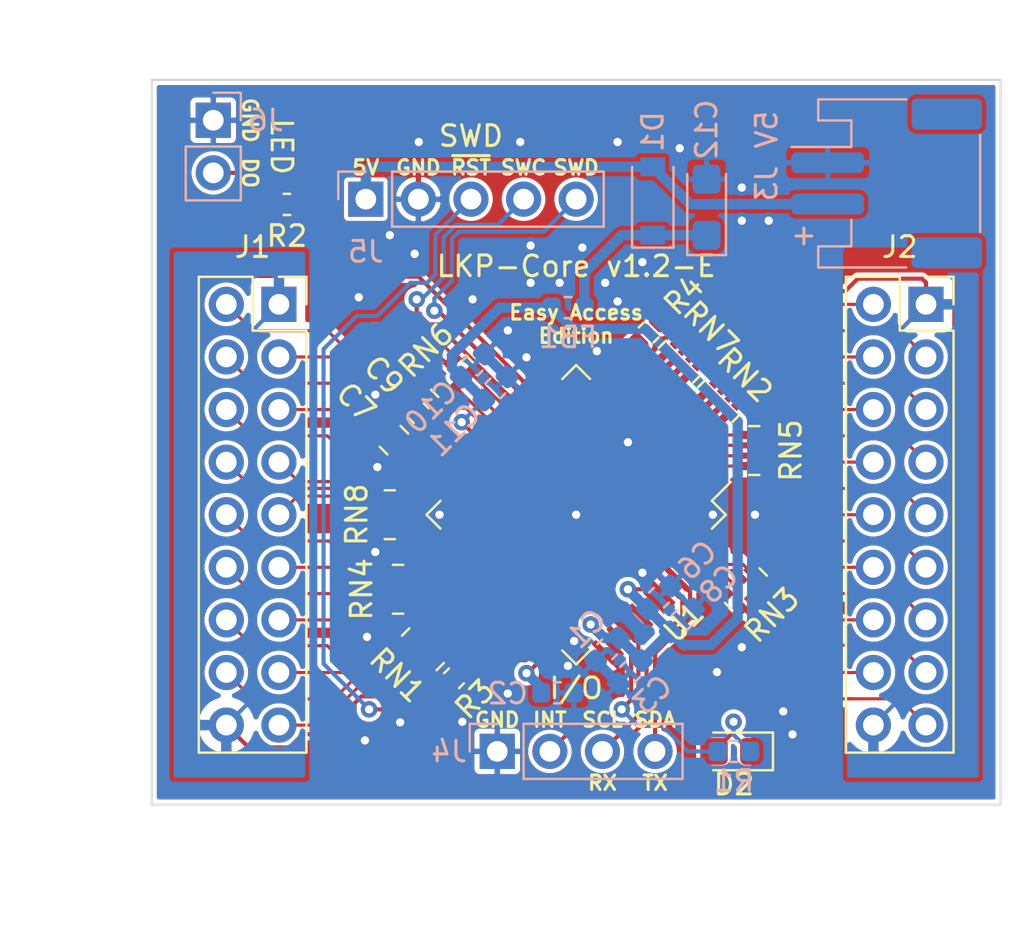
<source format=kicad_pcb>
(kicad_pcb (version 20171130) (host pcbnew 5.1.9)
  (title_block (title LKP-Core-EasyAccess) (date 2020-09-26) (rev v1.1) (company dogtopus))
  (layers (0 F.Cu signal) (31 B.Cu signal) (34 B.Paste user) (35 F.Paste user) (36 B.SilkS user) (37 F.SilkS user) (38 B.Mask user) (39 F.Mask user) (44 Edge.Cuts user))
  (net 0 "")
  (net 1 GND)
  (net 2 VDD)
  (net 3 "Net-(C2-Pad1)")
  (net 4 /CSH)
  (net 5 /CMOD)
  (net 6 +5V)
  (net 7 /S0_SH)
  (net 8 /E0_15)
  (net 9 /E0_14)
  (net 10 /E0_13)
  (net 11 /E0_12)
  (net 12 /E0_11)
  (net 13 /E0_10)
  (net 14 /E0_9)
  (net 15 /E0_8)
  (net 16 /E0_7)
  (net 17 /E0_6)
  (net 18 /E0_5)
  (net 19 /E0_4)
  (net 20 /E0_3)
  (net 21 /E0_2)
  (net 22 /E0_1)
  (net 23 /E0_0)
  (net 24 /S1_SH)
  (net 25 /E1_0)
  (net 26 /E1_1)
  (net 27 /E1_2)
  (net 28 /E1_3)
  (net 29 /E1_4)
  (net 30 /E1_5)
  (net 31 /E1_6)
  (net 32 /E1_7)
  (net 33 /E1_8)
  (net 34 /E1_9)
  (net 35 /E1_10)
  (net 36 /E1_11)
  (net 37 /E1_12)
  (net 38 /E1_13)
  (net 39 /E1_14)
  (net 40 /E1_15)
  (net 41 /I2C_SDA)
  (net 42 /I2C_SCL)
  (net 43 /INT)
  (net 44 /LED)
  (net 45 /SWDIO)
  (net 46 /SWCLK)
  (net 47 /RESET)
  (net 48 "Net-(R2-Pad2)")
  (net 49 /S0_15)
  (net 50 /S0_13)
  (net 51 /S0_14)
  (net 52 /S0_12)
  (net 53 /S1_11)
  (net 54 /S1_9)
  (net 55 /S1_10)
  (net 56 /S1_8)
  (net 57 /S1_3)
  (net 58 /S1_1)
  (net 59 /S1_2)
  (net 60 /S1_0)
  (net 61 /S0_11)
  (net 62 /S0_9)
  (net 63 /S0_10)
  (net 64 /S0_8)
  (net 65 /S1_7)
  (net 66 /S1_5)
  (net 67 /S1_6)
  (net 68 /S1_4)
  (net 69 /S0_3)
  (net 70 /S0_1)
  (net 71 /S0_2)
  (net 72 /S0_0)
  (net 73 /S1_15)
  (net 74 /S1_13)
  (net 75 /S1_14)
  (net 76 /S1_12)
  (net 77 /S0_7)
  (net 78 /S0_5)
  (net 79 /S0_6)
  (net 80 /S0_4)
  (net 81 "Net-(D2-Pad2)")
  (net 82 /LED_STAT)
  (net 83 "Net-(R3-Pad1)")
  (net 84 "Net-(R4-Pad2)")
  (net 85 "Net-(C12-Pad1)")
  (module Package_QFP:TQFP-64_10x10mm_P0.5mm (layer F.Cu) (at 146.875 98 225)
    (fp_text reference U1 (at 0 -7.35 45) (layer F.SilkS))
    (fp_text value CY8C4147AZI-S455)
    (pad 64 smd roundrect (at -3.75 -5.6625 225) (size 0.3 1.475) (layers F.Cu F.Paste F.Mask))
    (pad 63 smd roundrect (at -3.25 -5.6625 225) (size 0.3 1.475) (layers F.Cu F.Paste F.Mask) (net 57 /S1_3))
    (pad 62 smd roundrect (at -2.75 -5.6625 225) (size 0.3 1.475) (layers F.Cu F.Paste F.Mask) (net 59 /S1_2))
    (pad 61 smd roundrect (at -2.25 -5.6625 225) (size 0.3 1.475) (layers F.Cu F.Paste F.Mask) (net 58 /S1_1))
    (pad 60 smd roundrect (at -1.75 -5.6625 225) (size 0.3 1.475) (layers F.Cu F.Paste F.Mask) (net 60 /S1_0))
    (pad 59 smd roundrect (at -1.25 -5.6625 225) (size 0.3 1.475) (layers F.Cu F.Paste F.Mask) (net 41 /I2C_SDA))
    (pad 58 smd roundrect (at -0.75 -5.6625 225) (size 0.3 1.475) (layers F.Cu F.Paste F.Mask) (net 42 /I2C_SCL))
    (pad 57 smd roundrect (at -0.25 -5.6625 225) (size 0.3 1.475) (layers F.Cu F.Paste F.Mask) (net 1 GND))
    (pad 56 smd roundrect (at 0.25 -5.6625 225) (size 0.3 1.475) (layers F.Cu F.Paste F.Mask) (net 2 VDD))
    (pad 55 smd roundrect (at 0.75 -5.6625 225) (size 0.3 1.475) (layers F.Cu F.Paste F.Mask))
    (pad 54 smd roundrect (at 1.25 -5.6625 225) (size 0.3 1.475) (layers F.Cu F.Paste F.Mask))
    (pad 53 smd roundrect (at 1.75 -5.6625 225) (size 0.3 1.475) (layers F.Cu F.Paste F.Mask))
    (pad 52 smd roundrect (at 2.25 -5.6625 225) (size 0.3 1.475) (layers F.Cu F.Paste F.Mask) (net 43 /INT))
    (pad 51 smd roundrect (at 2.75 -5.6625 225) (size 0.3 1.475) (layers F.Cu F.Paste F.Mask) (net 82 /LED_STAT))
    (pad 50 smd roundrect (at 3.25 -5.6625 225) (size 0.3 1.475) (layers F.Cu F.Paste F.Mask) (net 2 VDD))
    (pad 49 smd roundrect (at 3.75 -5.6625 225) (size 0.3 1.475) (layers F.Cu F.Paste F.Mask) (net 1 GND))
    (pad 48 smd roundrect (at 5.6625 -3.75 225) (size 1.475 0.3) (layers F.Cu F.Paste F.Mask) (net 3 "Net-(C2-Pad1)"))
    (pad 47 smd roundrect (at 5.6625 -3.25 225) (size 1.475 0.3) (layers F.Cu F.Paste F.Mask) (net 47 /RESET))
    (pad 46 smd roundrect (at 5.6625 -2.75 225) (size 1.475 0.3) (layers F.Cu F.Paste F.Mask) (net 83 "Net-(R3-Pad1)"))
    (pad 45 smd roundrect (at 5.6625 -2.25 225) (size 1.475 0.3) (layers F.Cu F.Paste F.Mask) (net 72 /S0_0))
    (pad 44 smd roundrect (at 5.6625 -1.75 225) (size 1.475 0.3) (layers F.Cu F.Paste F.Mask) (net 70 /S0_1))
    (pad 43 smd roundrect (at 5.6625 -1.25 225) (size 1.475 0.3) (layers F.Cu F.Paste F.Mask) (net 71 /S0_2))
    (pad 42 smd roundrect (at 5.6625 -0.75 225) (size 1.475 0.3) (layers F.Cu F.Paste F.Mask) (net 69 /S0_3))
    (pad 41 smd roundrect (at 5.6625 -0.25 225) (size 1.475 0.3) (layers F.Cu F.Paste F.Mask) (net 80 /S0_4))
    (pad 40 smd roundrect (at 5.6625 0.25 225) (size 1.475 0.3) (layers F.Cu F.Paste F.Mask) (net 78 /S0_5))
    (pad 39 smd roundrect (at 5.6625 0.75 225) (size 1.475 0.3) (layers F.Cu F.Paste F.Mask) (net 79 /S0_6))
    (pad 38 smd roundrect (at 5.6625 1.25 225) (size 1.475 0.3) (layers F.Cu F.Paste F.Mask) (net 77 /S0_7))
    (pad 37 smd roundrect (at 5.6625 1.75 225) (size 1.475 0.3) (layers F.Cu F.Paste F.Mask) (net 64 /S0_8))
    (pad 36 smd roundrect (at 5.6625 2.25 225) (size 1.475 0.3) (layers F.Cu F.Paste F.Mask))
    (pad 35 smd roundrect (at 5.6625 2.75 225) (size 1.475 0.3) (layers F.Cu F.Paste F.Mask))
    (pad 34 smd roundrect (at 5.6625 3.25 225) (size 1.475 0.3) (layers F.Cu F.Paste F.Mask))
    (pad 33 smd roundrect (at 5.6625 3.75 225) (size 1.475 0.3) (layers F.Cu F.Paste F.Mask) (net 62 /S0_9))
    (pad 32 smd roundrect (at 3.75 5.6625 225) (size 0.3 1.475) (layers F.Cu F.Paste F.Mask) (net 63 /S0_10))
    (pad 31 smd roundrect (at 3.25 5.6625 225) (size 0.3 1.475) (layers F.Cu F.Paste F.Mask) (net 61 /S0_11))
    (pad 30 smd roundrect (at 2.75 5.6625 225) (size 0.3 1.475) (layers F.Cu F.Paste F.Mask) (net 4 /CSH))
    (pad 29 smd roundrect (at 2.25 5.6625 225) (size 0.3 1.475) (layers F.Cu F.Paste F.Mask) (net 5 /CMOD))
    (pad 28 smd roundrect (at 1.75 5.6625 225) (size 0.3 1.475) (layers F.Cu F.Paste F.Mask))
    (pad 27 smd roundrect (at 1.25 5.6625 225) (size 0.3 1.475) (layers F.Cu F.Paste F.Mask))
    (pad 26 smd roundrect (at 0.75 5.6625 225) (size 0.3 1.475) (layers F.Cu F.Paste F.Mask) (net 2 VDD))
    (pad 25 smd roundrect (at 0.25 5.6625 225) (size 0.3 1.475) (layers F.Cu F.Paste F.Mask) (net 52 /S0_12))
    (pad 24 smd roundrect (at -0.25 5.6625 225) (size 0.3 1.475) (layers F.Cu F.Paste F.Mask) (net 50 /S0_13))
    (pad 23 smd roundrect (at -0.75 5.6625 225) (size 0.3 1.475) (layers F.Cu F.Paste F.Mask) (net 51 /S0_14))
    (pad 22 smd roundrect (at -1.25 5.6625 225) (size 0.3 1.475) (layers F.Cu F.Paste F.Mask) (net 49 /S0_15))
    (pad 21 smd roundrect (at -1.75 5.6625 225) (size 0.3 1.475) (layers F.Cu F.Paste F.Mask) (net 46 /SWCLK))
    (pad 20 smd roundrect (at -2.25 5.6625 225) (size 0.3 1.475) (layers F.Cu F.Paste F.Mask) (net 45 /SWDIO))
    (pad 19 smd roundrect (at -2.75 5.6625 225) (size 0.3 1.475) (layers F.Cu F.Paste F.Mask) (net 48 "Net-(R2-Pad2)"))
    (pad 18 smd roundrect (at -3.25 5.6625 225) (size 0.3 1.475) (layers F.Cu F.Paste F.Mask))
    (pad 17 smd roundrect (at -3.75 5.6625 225) (size 0.3 1.475) (layers F.Cu F.Paste F.Mask) (net 1 GND))
    (pad 16 smd roundrect (at -5.6625 3.75 225) (size 1.475 0.3) (layers F.Cu F.Paste F.Mask) (net 84 "Net-(R4-Pad2)"))
    (pad 15 smd roundrect (at -5.6625 3.25 225) (size 1.475 0.3) (layers F.Cu F.Paste F.Mask) (net 73 /S1_15))
    (pad 14 smd roundrect (at -5.6625 2.75 225) (size 1.475 0.3) (layers F.Cu F.Paste F.Mask) (net 75 /S1_14))
    (pad 13 smd roundrect (at -5.6625 2.25 225) (size 1.475 0.3) (layers F.Cu F.Paste F.Mask) (net 74 /S1_13))
    (pad 12 smd roundrect (at -5.6625 1.75 225) (size 1.475 0.3) (layers F.Cu F.Paste F.Mask) (net 76 /S1_12))
    (pad 11 smd roundrect (at -5.6625 1.25 225) (size 1.475 0.3) (layers F.Cu F.Paste F.Mask))
    (pad 10 smd roundrect (at -5.6625 0.75 225) (size 1.475 0.3) (layers F.Cu F.Paste F.Mask) (net 1 GND))
    (pad 9 smd roundrect (at -5.6625 0.25 225) (size 1.475 0.3) (layers F.Cu F.Paste F.Mask) (net 53 /S1_11))
    (pad 8 smd roundrect (at -5.6625 -0.25 225) (size 1.475 0.3) (layers F.Cu F.Paste F.Mask) (net 55 /S1_10))
    (pad 7 smd roundrect (at -5.6625 -0.75 225) (size 1.475 0.3) (layers F.Cu F.Paste F.Mask) (net 54 /S1_9))
    (pad 6 smd roundrect (at -5.6625 -1.25 225) (size 1.475 0.3) (layers F.Cu F.Paste F.Mask) (net 56 /S1_8))
    (pad 5 smd roundrect (at -5.6625 -1.75 225) (size 1.475 0.3) (layers F.Cu F.Paste F.Mask) (net 65 /S1_7))
    (pad 4 smd roundrect (at -5.6625 -2.25 225) (size 1.475 0.3) (layers F.Cu F.Paste F.Mask) (net 67 /S1_6))
    (pad 3 smd roundrect (at -5.6625 -2.75 225) (size 1.475 0.3) (layers F.Cu F.Paste F.Mask) (net 66 /S1_5))
    (pad 2 smd roundrect (at -5.6625 -3.25 225) (size 1.475 0.3) (layers F.Cu F.Paste F.Mask) (net 68 /S1_4))
    (pad 1 smd roundrect (at -5.6625 -3.75 225) (size 1.475 0.3) (layers F.Cu F.Paste F.Mask))
  )
  (module Capacitor_Tantalum_SMD:CP_EIA-3216-18_Kemet-A (layer B.Cu) (at 153.175 83.15 90)
    (fp_text reference C12 (at 3.75 0 90) (layer B.SilkS) (effects (justify mirror)))
    (fp_text value 10uF)
    (pad 2 smd roundrect (at 1.35 0 90) (size 1.4 1.35) (layers B.Cu B.Paste B.Mask) (roundrect_rratio 0.185185) (net 1 GND))
    (pad 1 smd roundrect (at -1.35 0 90) (size 1.4 1.35) (layers B.Cu B.Paste B.Mask) (roundrect_rratio 0.185185) (net 85 "Net-(C12-Pad1)"))
  )
  (module Connector_PinSocket_2.54mm:PinSocket_2x09_P2.54mm_Vertical (layer F.Cu) (at 163.77 87.84)
    (fp_text reference J2 (at -1.27 -2.77) (layer F.SilkS))
    (fp_text value "Intercon R")
    (pad 18 thru_hole oval (at -2.54 20.32) (size 1.7 1.7) (drill 1) (layers *.Cu *.Mask) (net 24 /S1_SH))
    (pad 17 thru_hole oval (at 0 20.32) (size 1.7 1.7) (drill 1) (layers *.Cu *.Mask) (net 25 /E1_0))
    (pad 16 thru_hole oval (at -2.54 17.78) (size 1.7 1.7) (drill 1) (layers *.Cu *.Mask) (net 26 /E1_1))
    (pad 15 thru_hole oval (at 0 17.78) (size 1.7 1.7) (drill 1) (layers *.Cu *.Mask) (net 27 /E1_2))
    (pad 14 thru_hole oval (at -2.54 15.24) (size 1.7 1.7) (drill 1) (layers *.Cu *.Mask) (net 28 /E1_3))
    (pad 13 thru_hole oval (at 0 15.24) (size 1.7 1.7) (drill 1) (layers *.Cu *.Mask) (net 29 /E1_4))
    (pad 12 thru_hole oval (at -2.54 12.7) (size 1.7 1.7) (drill 1) (layers *.Cu *.Mask) (net 30 /E1_5))
    (pad 11 thru_hole oval (at 0 12.7) (size 1.7 1.7) (drill 1) (layers *.Cu *.Mask) (net 31 /E1_6))
    (pad 10 thru_hole oval (at -2.54 10.16) (size 1.7 1.7) (drill 1) (layers *.Cu *.Mask) (net 32 /E1_7))
    (pad 9 thru_hole oval (at 0 10.16) (size 1.7 1.7) (drill 1) (layers *.Cu *.Mask) (net 33 /E1_8))
    (pad 8 thru_hole oval (at -2.54 7.62) (size 1.7 1.7) (drill 1) (layers *.Cu *.Mask) (net 34 /E1_9))
    (pad 7 thru_hole oval (at 0 7.62) (size 1.7 1.7) (drill 1) (layers *.Cu *.Mask) (net 35 /E1_10))
    (pad 6 thru_hole oval (at -2.54 5.08) (size 1.7 1.7) (drill 1) (layers *.Cu *.Mask) (net 36 /E1_11))
    (pad 5 thru_hole oval (at 0 5.08) (size 1.7 1.7) (drill 1) (layers *.Cu *.Mask) (net 37 /E1_12))
    (pad 4 thru_hole oval (at -2.54 2.54) (size 1.7 1.7) (drill 1) (layers *.Cu *.Mask) (net 38 /E1_13))
    (pad 3 thru_hole oval (at 0 2.54) (size 1.7 1.7) (drill 1) (layers *.Cu *.Mask) (net 39 /E1_14))
    (pad 2 thru_hole oval (at -2.54 0) (size 1.7 1.7) (drill 1) (layers *.Cu *.Mask) (net 40 /E1_15))
    (pad 1 thru_hole rect (at 0 0) (size 1.7 1.7) (drill 1) (layers *.Cu *.Mask) (net 24 /S1_SH))
  )
  (module Connector_PinSocket_2.54mm:PinSocket_2x09_P2.54mm_Vertical (layer F.Cu) (at 132.52 87.84)
    (fp_text reference J1 (at -1.27 -2.77) (layer F.SilkS))
    (fp_text value "Intercon L")
    (pad 18 thru_hole oval (at -2.54 20.32) (size 1.7 1.7) (drill 1) (layers *.Cu *.Mask) (net 7 /S0_SH))
    (pad 17 thru_hole oval (at 0 20.32) (size 1.7 1.7) (drill 1) (layers *.Cu *.Mask) (net 23 /E0_0))
    (pad 16 thru_hole oval (at -2.54 17.78) (size 1.7 1.7) (drill 1) (layers *.Cu *.Mask) (net 22 /E0_1))
    (pad 15 thru_hole oval (at 0 17.78) (size 1.7 1.7) (drill 1) (layers *.Cu *.Mask) (net 21 /E0_2))
    (pad 14 thru_hole oval (at -2.54 15.24) (size 1.7 1.7) (drill 1) (layers *.Cu *.Mask) (net 20 /E0_3))
    (pad 13 thru_hole oval (at 0 15.24) (size 1.7 1.7) (drill 1) (layers *.Cu *.Mask) (net 19 /E0_4))
    (pad 12 thru_hole oval (at -2.54 12.7) (size 1.7 1.7) (drill 1) (layers *.Cu *.Mask) (net 18 /E0_5))
    (pad 11 thru_hole oval (at 0 12.7) (size 1.7 1.7) (drill 1) (layers *.Cu *.Mask) (net 17 /E0_6))
    (pad 10 thru_hole oval (at -2.54 10.16) (size 1.7 1.7) (drill 1) (layers *.Cu *.Mask) (net 16 /E0_7))
    (pad 9 thru_hole oval (at 0 10.16) (size 1.7 1.7) (drill 1) (layers *.Cu *.Mask) (net 15 /E0_8))
    (pad 8 thru_hole oval (at -2.54 7.62) (size 1.7 1.7) (drill 1) (layers *.Cu *.Mask) (net 14 /E0_9))
    (pad 7 thru_hole oval (at 0 7.62) (size 1.7 1.7) (drill 1) (layers *.Cu *.Mask) (net 13 /E0_10))
    (pad 6 thru_hole oval (at -2.54 5.08) (size 1.7 1.7) (drill 1) (layers *.Cu *.Mask) (net 12 /E0_11))
    (pad 5 thru_hole oval (at 0 5.08) (size 1.7 1.7) (drill 1) (layers *.Cu *.Mask) (net 11 /E0_12))
    (pad 4 thru_hole oval (at -2.54 2.54) (size 1.7 1.7) (drill 1) (layers *.Cu *.Mask) (net 10 /E0_13))
    (pad 3 thru_hole oval (at 0 2.54) (size 1.7 1.7) (drill 1) (layers *.Cu *.Mask) (net 9 /E0_14))
    (pad 2 thru_hole oval (at -2.54 0) (size 1.7 1.7) (drill 1) (layers *.Cu *.Mask) (net 8 /E0_15))
    (pad 1 thru_hole rect (at 0 0) (size 1.7 1.7) (drill 1) (layers *.Cu *.Mask) (net 7 /S0_SH))
  )
  (module Resistor_SMD:R_0603_1608Metric (layer F.Cu) (at 150.375 89.2 225)
    (fp_text reference R4 (at -2.474874 0.070711 45) (layer F.SilkS))
    (fp_text value 560)
    (pad 2 smd roundrect (at 0.7875 0 225) (size 0.875 0.95) (layers F.Cu F.Paste F.Mask) (net 84 "Net-(R4-Pad2)"))
    (pad 1 smd roundrect (at -0.7875 0 225) (size 0.875 0.95) (layers F.Cu F.Paste F.Mask) (net 24 /S1_SH))
  )
  (module Resistor_SMD:R_0603_1608Metric (layer F.Cu) (at 140.975 105.9 225)
    (fp_text reference R3 (at 0 -1.43 45) (layer F.SilkS))
    (fp_text value 560)
    (pad 2 smd roundrect (at 0.7875 0 225) (size 0.875 0.95) (layers F.Cu F.Paste F.Mask) (net 7 /S0_SH))
    (pad 1 smd roundrect (at -0.7875 0 225) (size 0.875 0.95) (layers F.Cu F.Paste F.Mask) (net 83 "Net-(R3-Pad1)"))
  )
  (module LED_SMD:LED_0805_2012Metric_Castellated (layer F.Cu) (at 154.495 109.43 180)
    (fp_text reference D2 (at 0 -1.6) (layer F.SilkS))
    (fp_text value Yellow)
    (pad 2 smd roundrect (at 0.9625 0 180) (size 1.325 1.3) (layers F.Cu F.Paste F.Mask) (roundrect_rratio 0.192308) (net 81 "Net-(D2-Pad2)"))
    (pad 1 smd roundrect (at -0.9625 0 180) (size 1.325 1.3) (layers F.Cu F.Paste F.Mask) (roundrect_rratio 0.192308) (net 1 GND))
  )
  (module Resistor_SMD:R_0603_1608Metric (layer B.Cu) (at 154.495 109.43)
    (fp_text reference R1 (at 0 1.43) (layer B.SilkS) (effects (justify mirror)))
    (fp_text value 1k)
    (pad 2 smd roundrect (at 0.7875 0) (size 0.875 0.95) (layers B.Cu B.Paste B.Mask) (net 81 "Net-(D2-Pad2)"))
    (pad 1 smd roundrect (at -0.7875 0) (size 0.875 0.95) (layers B.Cu B.Paste B.Mask) (net 82 /LED_STAT))
  )
  (module Capacitor_SMD:C_0603_1608Metric (layer B.Cu) (at 145.975 106.6)
    (fp_text reference C2 (at -2.402 0.036) (layer B.SilkS) (effects (justify mirror)))
    (fp_text value 1uF)
    (pad 2 smd roundrect (at 0.7875 0) (size 0.875 0.95) (layers B.Cu B.Paste B.Mask) (net 1 GND))
    (pad 1 smd roundrect (at -0.7875 0) (size 0.875 0.95) (layers B.Cu B.Paste B.Mask) (net 3 "Net-(C2-Pad1)"))
  )
  (module Resistor_SMD:R_Array_Convex_4x0402 (layer F.Cu) (at 138.275 101.6)
    (fp_text reference RN4 (at -1.767767 0 90) (layer F.SilkS))
    (fp_text value 560)
    (pad 5 smd rect (at 0.5 0.75) (size 0.5 0.4) (layers F.Cu F.Paste F.Mask) (net 80 /S0_4))
    (pad 6 smd rect (at 0.5 0.25) (size 0.5 0.3) (layers F.Cu F.Paste F.Mask) (net 78 /S0_5))
    (pad 8 smd rect (at 0.5 -0.75) (size 0.5 0.4) (layers F.Cu F.Paste F.Mask) (net 77 /S0_7))
    (pad 7 smd rect (at 0.5 -0.25) (size 0.5 0.3) (layers F.Cu F.Paste F.Mask) (net 79 /S0_6))
    (pad 4 smd rect (at -0.5 0.75) (size 0.5 0.4) (layers F.Cu F.Paste F.Mask) (net 19 /E0_4))
    (pad 2 smd rect (at -0.5 -0.25) (size 0.5 0.3) (layers F.Cu F.Paste F.Mask) (net 17 /E0_6))
    (pad 3 smd rect (at -0.5 0.25) (size 0.5 0.3) (layers F.Cu F.Paste F.Mask) (net 18 /E0_5))
    (pad 1 smd rect (at -0.5 -0.75) (size 0.5 0.4) (layers F.Cu F.Paste F.Mask) (net 16 /E0_7))
  )
  (module Resistor_SMD:R_Array_Convex_4x0402 (layer F.Cu) (at 151.875 90.6 225)
    (fp_text reference RN7 (at -2.192031 0.070711 135) (layer F.SilkS))
    (fp_text value 560)
    (pad 5 smd rect (at 0.5 0.75 225) (size 0.5 0.4) (layers F.Cu F.Paste F.Mask) (net 73 /S1_15))
    (pad 6 smd rect (at 0.5 0.25 225) (size 0.5 0.3) (layers F.Cu F.Paste F.Mask) (net 75 /S1_14))
    (pad 8 smd rect (at 0.5 -0.75 225) (size 0.5 0.4) (layers F.Cu F.Paste F.Mask) (net 76 /S1_12))
    (pad 7 smd rect (at 0.5 -0.25 225) (size 0.5 0.3) (layers F.Cu F.Paste F.Mask) (net 74 /S1_13))
    (pad 4 smd rect (at -0.5 0.75 225) (size 0.5 0.4) (layers F.Cu F.Paste F.Mask) (net 40 /E1_15))
    (pad 2 smd rect (at -0.5 -0.25 225) (size 0.5 0.3) (layers F.Cu F.Paste F.Mask) (net 38 /E1_13))
    (pad 3 smd rect (at -0.5 0.25 225) (size 0.5 0.3) (layers F.Cu F.Paste F.Mask) (net 39 /E1_14))
    (pad 1 smd rect (at -0.5 -0.75 225) (size 0.5 0.4) (layers F.Cu F.Paste F.Mask) (net 37 /E1_12))
  )
  (module Capacitor_SMD:C_0603_1608Metric (layer B.Cu) (at 148.375 104.5 225)
    (fp_text reference C1 (at 0 1.414214 45) (layer B.SilkS) (effects (justify mirror)))
    (fp_text value 0.1uF)
    (pad 2 smd roundrect (at 0.7875 0 225) (size 0.875 0.95) (layers B.Cu B.Paste B.Mask) (net 1 GND))
    (pad 1 smd roundrect (at -0.7875 0 225) (size 0.875 0.95) (layers B.Cu B.Paste B.Mask) (net 2 VDD))
  )
  (module Resistor_SMD:R_Array_Convex_4x0402 (layer F.Cu) (at 153.775 92.5 225)
    (fp_text reference RN2 (at -1.767767 0 135) (layer F.SilkS))
    (fp_text value 560)
    (pad 5 smd rect (at 0.5 0.75 225) (size 0.5 0.4) (layers F.Cu F.Paste F.Mask) (net 53 /S1_11))
    (pad 6 smd rect (at 0.5 0.25 225) (size 0.5 0.3) (layers F.Cu F.Paste F.Mask) (net 55 /S1_10))
    (pad 8 smd rect (at 0.5 -0.75 225) (size 0.5 0.4) (layers F.Cu F.Paste F.Mask) (net 56 /S1_8))
    (pad 7 smd rect (at 0.5 -0.25 225) (size 0.5 0.3) (layers F.Cu F.Paste F.Mask) (net 54 /S1_9))
    (pad 4 smd rect (at -0.5 0.75 225) (size 0.5 0.4) (layers F.Cu F.Paste F.Mask) (net 36 /E1_11))
    (pad 2 smd rect (at -0.5 -0.25 225) (size 0.5 0.3) (layers F.Cu F.Paste F.Mask) (net 34 /E1_9))
    (pad 3 smd rect (at -0.5 0.25 225) (size 0.5 0.3) (layers F.Cu F.Paste F.Mask) (net 35 /E1_10))
    (pad 1 smd rect (at -0.5 -0.75 225) (size 0.5 0.4) (layers F.Cu F.Paste F.Mask) (net 33 /E1_8))
  )
  (module Resistor_SMD:R_0603_1608Metric (layer F.Cu) (at 132.905 83.014)
    (fp_text reference R2 (at 0 1.524) (layer F.SilkS))
    (fp_text value 470)
    (pad 2 smd roundrect (at 0.7875 0) (size 0.875 0.95) (layers F.Cu F.Paste F.Mask) (net 48 "Net-(R2-Pad2)"))
    (pad 1 smd roundrect (at -0.7875 0) (size 0.875 0.95) (layers F.Cu F.Paste F.Mask) (net 44 /LED))
  )
  (module Connector_PinHeader_2.54mm:PinHeader_1x02_P2.54mm_Vertical (layer B.Cu) (at 129.349 78.95 180)
    (fp_text reference J6 (at -2.54 0) (layer B.SilkS) (effects (justify mirror)))
    (fp_text value WS281x)
    (pad 2 thru_hole oval (at 0 -2.54 180) (size 1.7 1.7) (drill 1) (layers *.Cu *.Mask) (net 44 /LED))
    (pad 1 thru_hole rect (at 0 0 180) (size 1.7 1.7) (drill 1) (layers *.Cu *.Mask) (net 1 GND))
  )
  (module Connector_PinHeader_2.54mm:PinHeader_1x04_P2.54mm_Vertical (layer B.Cu) (at 143.065 109.43 270)
    (fp_text reference J4 (at 0 2.33) (layer B.SilkS) (effects (justify mirror)))
    (fp_text value IO)
    (pad 4 thru_hole oval (at 0 -7.62 270) (size 1.7 1.7) (drill 1) (layers *.Cu *.Mask) (net 41 /I2C_SDA))
    (pad 3 thru_hole oval (at 0 -5.08 270) (size 1.7 1.7) (drill 1) (layers *.Cu *.Mask) (net 42 /I2C_SCL))
    (pad 2 thru_hole oval (at 0 -2.54 270) (size 1.7 1.7) (drill 1) (layers *.Cu *.Mask) (net 43 /INT))
    (pad 1 thru_hole rect (at 0 0 270) (size 1.7 1.7) (drill 1) (layers *.Cu *.Mask) (net 1 GND))
  )
  (module Connector_PinHeader_2.54mm:PinHeader_1x05_P2.54mm_Vertical (layer B.Cu) (at 136.715 82.76 270)
    (fp_text reference J5 (at 2.54 0) (layer B.SilkS) (effects (justify mirror)))
    (fp_text value SWD)
    (pad 5 thru_hole oval (at 0 -10.16 270) (size 1.7 1.7) (drill 1) (layers *.Cu *.Mask) (net 45 /SWDIO))
    (pad 4 thru_hole oval (at 0 -7.62 270) (size 1.7 1.7) (drill 1) (layers *.Cu *.Mask) (net 46 /SWCLK))
    (pad 3 thru_hole oval (at 0 -5.08 270) (size 1.7 1.7) (drill 1) (layers *.Cu *.Mask) (net 47 /RESET))
    (pad 2 thru_hole oval (at 0 -2.54 270) (size 1.7 1.7) (drill 1) (layers *.Cu *.Mask) (net 1 GND))
    (pad 1 thru_hole rect (at 0 0 270) (size 1.7 1.7) (drill 1) (layers *.Cu *.Mask) (net 6 +5V))
  )
  (module Resistor_SMD:R_Array_Convex_4x0402 (layer F.Cu) (at 137.875 98)
    (fp_text reference RN8 (at -1.6 0 90) (layer F.SilkS))
    (fp_text value 560)
    (pad 5 smd rect (at 0.5 0.75) (size 0.5 0.4) (layers F.Cu F.Paste F.Mask) (net 64 /S0_8))
    (pad 6 smd rect (at 0.5 0.25) (size 0.5 0.3) (layers F.Cu F.Paste F.Mask) (net 62 /S0_9))
    (pad 8 smd rect (at 0.5 -0.75) (size 0.5 0.4) (layers F.Cu F.Paste F.Mask) (net 61 /S0_11))
    (pad 7 smd rect (at 0.5 -0.25) (size 0.5 0.3) (layers F.Cu F.Paste F.Mask) (net 63 /S0_10))
    (pad 4 smd rect (at -0.5 0.75) (size 0.5 0.4) (layers F.Cu F.Paste F.Mask) (net 15 /E0_8))
    (pad 2 smd rect (at -0.5 -0.25) (size 0.5 0.3) (layers F.Cu F.Paste F.Mask) (net 13 /E0_10))
    (pad 3 smd rect (at -0.5 0.25) (size 0.5 0.3) (layers F.Cu F.Paste F.Mask) (net 14 /E0_9))
    (pad 1 smd rect (at -0.5 -0.75) (size 0.5 0.4) (layers F.Cu F.Paste F.Mask) (net 12 /E0_11))
  )
  (module Resistor_SMD:R_Array_Convex_4x0402 (layer F.Cu) (at 140.875 91.3 315)
    (fp_text reference RN6 (at -1.767767 0 225) (layer F.SilkS))
    (fp_text value 560)
    (pad 5 smd rect (at 0.5 0.75 315) (size 0.5 0.4) (layers F.Cu F.Paste F.Mask) (net 52 /S0_12))
    (pad 6 smd rect (at 0.5 0.25 315) (size 0.5 0.3) (layers F.Cu F.Paste F.Mask) (net 50 /S0_13))
    (pad 8 smd rect (at 0.5 -0.75 315) (size 0.5 0.4) (layers F.Cu F.Paste F.Mask) (net 49 /S0_15))
    (pad 7 smd rect (at 0.5 -0.25 315) (size 0.5 0.3) (layers F.Cu F.Paste F.Mask) (net 51 /S0_14))
    (pad 4 smd rect (at -0.5 0.75 315) (size 0.5 0.4) (layers F.Cu F.Paste F.Mask) (net 11 /E0_12))
    (pad 2 smd rect (at -0.5 -0.25 315) (size 0.5 0.3) (layers F.Cu F.Paste F.Mask) (net 9 /E0_14))
    (pad 3 smd rect (at -0.5 0.25 315) (size 0.5 0.3) (layers F.Cu F.Paste F.Mask) (net 10 /E0_13))
    (pad 1 smd rect (at -0.5 -0.75 315) (size 0.5 0.4) (layers F.Cu F.Paste F.Mask) (net 8 /E0_15))
  )
  (module Resistor_SMD:R_Array_Convex_4x0402 (layer F.Cu) (at 155.475 94.9 180)
    (fp_text reference RN5 (at -1.767767 0 90) (layer F.SilkS))
    (fp_text value 560)
    (pad 1 smd rect (at -0.5 -0.75 180) (size 0.5 0.4) (layers F.Cu F.Paste F.Mask) (net 29 /E1_4))
    (pad 3 smd rect (at -0.5 0.25 180) (size 0.5 0.3) (layers F.Cu F.Paste F.Mask) (net 31 /E1_6))
    (pad 2 smd rect (at -0.5 -0.25 180) (size 0.5 0.3) (layers F.Cu F.Paste F.Mask) (net 30 /E1_5))
    (pad 4 smd rect (at -0.5 0.75 180) (size 0.5 0.4) (layers F.Cu F.Paste F.Mask) (net 32 /E1_7))
    (pad 7 smd rect (at 0.5 -0.25 180) (size 0.5 0.3) (layers F.Cu F.Paste F.Mask) (net 66 /S1_5))
    (pad 8 smd rect (at 0.5 -0.75 180) (size 0.5 0.4) (layers F.Cu F.Paste F.Mask) (net 68 /S1_4))
    (pad 6 smd rect (at 0.5 0.25 180) (size 0.5 0.3) (layers F.Cu F.Paste F.Mask) (net 67 /S1_6))
    (pad 5 smd rect (at 0.5 0.75 180) (size 0.5 0.4) (layers F.Cu F.Paste F.Mask) (net 65 /S1_7))
  )
  (module Resistor_SMD:R_Array_Convex_4x0402 (layer F.Cu) (at 155.075 101.6 135)
    (fp_text reference RN3 (at -1.767767 0 225) (layer F.SilkS))
    (fp_text value 560)
    (pad 5 smd rect (at 0.5 0.75 135) (size 0.5 0.4) (layers F.Cu F.Paste F.Mask) (net 57 /S1_3))
    (pad 6 smd rect (at 0.5 0.25 135) (size 0.5 0.3) (layers F.Cu F.Paste F.Mask) (net 59 /S1_2))
    (pad 8 smd rect (at 0.5 -0.75 135) (size 0.5 0.4) (layers F.Cu F.Paste F.Mask) (net 60 /S1_0))
    (pad 7 smd rect (at 0.5 -0.25 135) (size 0.5 0.3) (layers F.Cu F.Paste F.Mask) (net 58 /S1_1))
    (pad 4 smd rect (at -0.5 0.75 135) (size 0.5 0.4) (layers F.Cu F.Paste F.Mask) (net 28 /E1_3))
    (pad 2 smd rect (at -0.5 -0.25 135) (size 0.5 0.3) (layers F.Cu F.Paste F.Mask) (net 26 /E1_1))
    (pad 3 smd rect (at -0.5 0.25 135) (size 0.5 0.3) (layers F.Cu F.Paste F.Mask) (net 27 /E1_2))
    (pad 1 smd rect (at -0.5 -0.75 135) (size 0.5 0.4) (layers F.Cu F.Paste F.Mask) (net 25 /E1_0))
  )
  (module Resistor_SMD:R_Array_Convex_4x0402 (layer F.Cu) (at 139.475 104.5 45)
    (fp_text reference RN1 (at -1.767767 0 135) (layer F.SilkS))
    (fp_text value 560)
    (pad 5 smd rect (at 0.5 0.75 45) (size 0.5 0.4) (layers F.Cu F.Paste F.Mask) (net 72 /S0_0))
    (pad 6 smd rect (at 0.5 0.25 45) (size 0.5 0.3) (layers F.Cu F.Paste F.Mask) (net 70 /S0_1))
    (pad 8 smd rect (at 0.5 -0.75 45) (size 0.5 0.4) (layers F.Cu F.Paste F.Mask) (net 69 /S0_3))
    (pad 7 smd rect (at 0.5 -0.25 45) (size 0.5 0.3) (layers F.Cu F.Paste F.Mask) (net 71 /S0_2))
    (pad 4 smd rect (at -0.5 0.75 45) (size 0.5 0.4) (layers F.Cu F.Paste F.Mask) (net 23 /E0_0))
    (pad 2 smd rect (at -0.5 -0.25 45) (size 0.5 0.3) (layers F.Cu F.Paste F.Mask) (net 21 /E0_2))
    (pad 3 smd rect (at -0.5 0.25 45) (size 0.5 0.3) (layers F.Cu F.Paste F.Mask) (net 22 /E0_1))
    (pad 1 smd rect (at -0.5 -0.75 45) (size 0.5 0.4) (layers F.Cu F.Paste F.Mask) (net 20 /E0_3))
  )
  (module Connector_JST:JST_PH_S2B-PH-SM4-TB_1x02-1MP_P2.00mm_Horizontal (layer B.Cu) (at 161.875 82 270)
    (fp_text reference J3 (at 0 5.8 90) (layer B.SilkS) (effects (justify mirror)))
    (fp_text value "Power JST PH")
    (pad 1 smd roundrect (at -1 2.85 270) (size 1 3.5) (layers B.Cu B.Paste B.Mask) (net 1 GND))
    (pad 2 smd roundrect (at 1 2.85 270) (size 1 3.5) (layers B.Cu B.Paste B.Mask) (net 6 +5V))
    (pad MP smd roundrect (at -3.35 -2.9 270) (size 1.5 3.4) (layers B.Cu B.Paste B.Mask) (roundrect_rratio 0.166667))
    (pad MP smd roundrect (at 3.35 -2.9 270) (size 1.5 3.4) (layers B.Cu B.Paste B.Mask) (roundrect_rratio 0.166667))
  )
  (module Inductor_SMD:L_0603_1608Metric (layer B.Cu) (at 146.4875 88)
    (fp_text reference FB1 (at 0 1.43) (layer B.SilkS) (effects (justify mirror)))
    (fp_text value 330Ohm@100MHz)
    (pad 2 smd roundrect (at 0.7875 0) (size 0.875 0.95) (layers B.Cu B.Paste B.Mask) (net 85 "Net-(C12-Pad1)"))
    (pad 1 smd roundrect (at -0.7875 0) (size 0.875 0.95) (layers B.Cu B.Paste B.Mask) (net 2 VDD))
  )
  (module Diode_SMD:D_SOD-123 (layer B.Cu) (at 150.575 82.85 90)
    (fp_text reference D1 (at 3.35 0 90) (layer B.SilkS) (effects (justify mirror)))
    (fp_text value MBR0520L)
    (pad 2 smd rect (at 1.65 0 90) (size 0.9 1.2) (layers B.Cu B.Paste B.Mask) (net 6 +5V))
    (pad 1 smd rect (at -1.65 0 90) (size 0.9 1.2) (layers B.Cu B.Paste B.Mask) (net 85 "Net-(C12-Pad1)"))
  )
  (module Capacitor_SMD:C_0603_1608Metric (layer B.Cu) (at 142.975 91.9 45)
    (fp_text reference C11 (at -2.828427 0 45) (layer B.SilkS) (effects (justify mirror)))
    (fp_text value 1uF)
    (pad 2 smd roundrect (at 0.7875 0 45) (size 0.875 0.95) (layers B.Cu B.Paste B.Mask) (net 1 GND))
    (pad 1 smd roundrect (at -0.7875 0 45) (size 0.875 0.95) (layers B.Cu B.Paste B.Mask) (net 2 VDD))
  )
  (module Capacitor_SMD:C_0603_1608Metric (layer B.Cu) (at 141.875 90.8 45)
    (fp_text reference C10 (at -2.828427 0 45) (layer B.SilkS) (effects (justify mirror)))
    (fp_text value 0.1uF)
    (pad 2 smd roundrect (at 0.7875 0 45) (size 0.875 0.95) (layers B.Cu B.Paste B.Mask) (net 1 GND))
    (pad 1 smd roundrect (at -0.7875 0 45) (size 0.875 0.95) (layers B.Cu B.Paste B.Mask) (net 2 VDD))
  )
  (module Capacitor_SMD:C_0603_1608Metric (layer F.Cu) (at 139.275 93.1 135)
    (fp_text reference C9 (at 2.5 0.1 135) (layer F.SilkS))
    (fp_text value "2.2nF C0G")
    (pad 2 smd roundrect (at 0.7875 0 135) (size 0.875 0.95) (layers F.Cu F.Paste F.Mask) (net 1 GND))
    (pad 1 smd roundrect (at -0.7875 0 135) (size 0.875 0.95) (layers F.Cu F.Paste F.Mask) (net 5 /CMOD))
  )
  (module Capacitor_SMD:C_0603_1608Metric (layer B.Cu) (at 151.975 103.1 45)
    (fp_text reference C8 (at 2.510229 0.035355 45) (layer B.SilkS) (effects (justify mirror)))
    (fp_text value 1uF)
    (pad 2 smd roundrect (at 0.7875 0 45) (size 0.875 0.95) (layers B.Cu B.Paste B.Mask) (net 1 GND))
    (pad 1 smd roundrect (at -0.7875 0 45) (size 0.875 0.95) (layers B.Cu B.Paste B.Mask) (net 2 VDD))
  )
  (module Capacitor_SMD:C_0805_2012Metric (layer F.Cu) (at 138.075 94.4 135)
    (fp_text reference C7 (at 2.6 0 135) (layer F.SilkS))
    (fp_text value "10nF C0G")
    (pad 2 smd roundrect (at 0.9375 0 135) (size 0.975 1.4) (layers F.Cu F.Paste F.Mask) (net 1 GND))
    (pad 1 smd roundrect (at -0.9375 0 135) (size 0.975 1.4) (layers F.Cu F.Paste F.Mask) (net 4 /CSH))
  )
  (module Capacitor_SMD:C_0603_1608Metric (layer B.Cu) (at 150.875 102 45)
    (fp_text reference C6 (at 2.58094 0.035355 45) (layer B.SilkS) (effects (justify mirror)))
    (fp_text value 0.1uF)
    (pad 2 smd roundrect (at 0.7875 0 45) (size 0.875 0.95) (layers B.Cu B.Paste B.Mask) (net 1 GND))
    (pad 1 smd roundrect (at -0.7875 0 45) (size 0.875 0.95) (layers B.Cu B.Paste B.Mask) (net 2 VDD))
  )
  (module Capacitor_SMD:C_0603_1608Metric (layer B.Cu) (at 149.475 105.6 225)
    (fp_text reference C3 (at 0 -1.555635 45) (layer B.SilkS) (effects (justify mirror)))
    (fp_text value 1uF)
    (pad 2 smd roundrect (at 0.7875 0 225) (size 0.875 0.95) (layers B.Cu B.Paste B.Mask) (net 1 GND))
    (pad 1 smd roundrect (at -0.7875 0 225) (size 0.875 0.95) (layers B.Cu B.Paste B.Mask) (net 2 VDD))
  )
  (gr_text "Easy Access\nEdition" (at 146.875 88.8) (layer F.SilkS) (effects (font (size 0.7 0.7))))
  (gr_text + (at 157.797 84.538 90) (layer B.SilkS) (effects (font (size 1 1))))
  (gr_text SWD (at 146.875 81.236) (layer F.SilkS) (effects (font (size 0.7 0.7))))
  (gr_text SWC (at 144.335 81.236) (layer F.SilkS) (effects (font (size 0.7 0.7))))
  (gr_text ~RST (at 141.795 81.236) (layer F.SilkS) (effects (font (size 0.7 0.7))))
  (gr_text GND (at 139.255 81.236) (layer F.SilkS) (effects (font (size 0.7 0.7))))
  (gr_text 5V (at 136.715 81.236) (layer F.SilkS) (effects (font (size 0.7 0.7))))
  (gr_text DO (at 131.127 81.49 -90) (layer F.SilkS) (effects (font (size 0.7 0.7))))
  (gr_text GND (at 131.127 78.95 270) (layer F.SilkS) (effects (font (size 0.7 0.7))))
  (gr_text SDA (at 150.685 107.906) (layer F.SilkS) (effects (font (size 0.7 0.7))))
  (gr_text TX (at 150.685 110.954) (layer F.SilkS) (effects (font (size 0.7 0.7))))
  (gr_text RX (at 148.145 110.954) (layer F.SilkS) (effects (font (size 0.7 0.7))))
  (gr_text SCL (at 148.145 107.906) (layer F.SilkS) (effects (font (size 0.7 0.7))))
  (gr_text INT (at 145.605 107.906) (layer F.SilkS) (effects (font (size 0.7 0.7))))
  (gr_text GND (at 143.065 107.906) (layer F.SilkS) (effects (font (size 0.7 0.7))))
  (gr_text 5V (at 156.075 79.4 90) (layer B.SilkS) (effects (font (size 1 1)) (justify mirror)))
  (gr_text LED (at 132.651 80.22 270) (layer F.SilkS) (effects (font (size 1 1))))
  (gr_text I/O (at 146.875 106.382) (layer F.SilkS) (effects (font (size 1 1))))
  (gr_text SWD (at 141.795 79.712) (layer F.SilkS) (effects (font (size 1 1))))
  (gr_line (start 126.375 112) (end 126.375 77) (layer Edge.Cuts) (width 0.1))
  (gr_line (start 167.375 112) (end 126.375 112) (layer Edge.Cuts) (width 0.1))
  (gr_line (start 167.375 77) (end 167.375 112) (layer Edge.Cuts) (width 0.1))
  (gr_line (start 126.375 77) (end 167.375 77) (layer Edge.Cuts) (width 0.1))
  (gr_text "LKP-Core v1.2-E" (at 146.875 86) (layer F.SilkS) (effects (font (size 1 1))))
  (segment (start 142.431847 90.243153) (end 143.531847 91.343153) (width 0.5) (layer B.Cu) (net 1))
  (via (at 137.175 92.2) (size 0.8) (drill 0.4) (layers F.Cu B.Cu) (net 1))
  (via (at 144.475 90.4) (size 0.8) (drill 0.4) (layers F.Cu B.Cu) (net 1))
  (via (at 140.275 98) (size 0.8) (drill 0.4) (layers F.Cu B.Cu) (net 1))
  (via (at 139.075 85.4) (size 0.8) (drill 0.4) (layers F.Cu B.Cu) (net 1))
  (via (at 156.875 107.5) (size 0.8) (drill 0.4) (layers F.Cu B.Cu) (net 1))
  (via (at 137.275 95.7) (size 0.8) (drill 0.4) (layers F.Cu B.Cu) (net 1))
  (via (at 146.875 98) (size 0.8) (drill 0.4) (layers F.Cu B.Cu) (net 1))
  (via (at 149.375 94.5) (size 0.8) (drill 0.4) (layers F.Cu B.Cu) (net 1))
  (via (at 150.075 100.8) (size 0.8) (drill 0.4) (layers F.Cu B.Cu) (net 1))
  (segment (start 147.818153 105.056847) (end 148.918153 106.156847) (width 0.5) (layer B.Cu) (net 1))
  (via (at 146.775 104.1) (size 0.8) (drill 0.4) (layers F.Cu B.Cu) (net 1))
  (via (at 137.175 99.8) (size 0.8) (drill 0.4) (layers F.Cu B.Cu) (net 1))
  (via (at 136.775 103.9) (size 0.8) (drill 0.4) (layers F.Cu B.Cu) (net 1))
  (via (at 136.375 87.5) (size 0.8) (drill 0.4) (layers F.Cu B.Cu) (net 1))
  (via (at 153.475 98) (size 0.8) (drill 0.4) (layers F.Cu B.Cu) (net 1))
  (via (at 143.575 89.1) (size 0.8) (drill 0.4) (layers F.Cu B.Cu) (net 1))
  (via (at 154.875 104.4) (size 0.8) (drill 0.4) (layers F.Cu B.Cu) (net 1))
  (via (at 153.675 105.6) (size 0.8) (drill 0.4) (layers F.Cu B.Cu) (net 1))
  (via (at 141.875 87.6) (size 0.8) (drill 0.4) (layers F.Cu B.Cu) (net 1))
  (via (at 136.675 108.9) (size 0.8) (drill 0.4) (layers F.Cu B.Cu) (net 1))
  (via (at 155.511 98) (size 0.8) (drill 0.4) (layers F.Cu B.Cu) (net 1))
  (segment (start 137.212087 93.837087) (end 137.424219 93.837087) (width 0.5) (layer F.Cu) (net 1))
  (via (at 146.475 105.3) (size 0.8) (drill 0.4) (layers F.Cu B.Cu) (net 1))
  (segment (start 137.512087 93.637087) (end 137.624219 93.637087) (width 0.5) (layer F.Cu) (net 1))
  (segment (start 137.524219 93.737087) (end 138.718153 92.543153) (width 0.5) (layer F.Cu) (net 1))
  (segment (start 137.412087 93.737087) (end 137.524219 93.737087) (width 0.5) (layer F.Cu) (net 1))
  (via (at 157.322767 108.610232) (size 0.8) (drill 0.4) (layers F.Cu B.Cu) (net 1))
  (via (at 148.875 80) (size 0.8) (drill 0.4) (layers F.Cu B.Cu) (net 1))
  (via (at 137.875 84.5) (size 0.8) (drill 0.4) (layers F.Cu B.Cu) (net 1))
  (via (at 143.573 106.636) (size 0.8) (drill 0.4) (layers F.Cu B.Cu) (net 1))
  (via (at 141.375 108) (size 0.8) (drill 0.4) (layers F.Cu B.Cu) (net 1))
  (via (at 138.375 108.02701) (size 0.8) (drill 0.4) (layers F.Cu B.Cu) (net 1))
  (via (at 148.875 87.7) (size 0.8) (drill 0.4) (layers F.Cu B.Cu) (net 1))
  (via (at 147.875 90.1) (size 0.8) (drill 0.4) (layers F.Cu B.Cu) (net 1))
  (via (at 139.275 80) (size 0.8) (drill 0.4) (layers F.Cu B.Cu) (net 1))
  (via (at 144.175 80) (size 0.8) (drill 0.4) (layers F.Cu B.Cu) (net 1))
  (via (at 154.875 82.2) (size 0.8) (drill 0.4) (layers F.Cu B.Cu) (net 1))
  (via (at 154.875 83.8) (size 0.8) (drill 0.4) (layers F.Cu B.Cu) (net 1))
  (via (at 156.175 83.8) (size 0.8) (drill 0.4) (layers F.Cu B.Cu) (net 1))
  (via (at 151.875 80.3) (size 0.8) (drill 0.4) (layers F.Cu B.Cu) (net 1))
  (via (at 147.175 85.1) (size 0.8) (drill 0.4) (layers F.Cu B.Cu) (net 1))
  (via (at 150.075 85.8) (size 0.8) (drill 0.4) (layers F.Cu B.Cu) (net 1))
  (via (at 148.275 86.8) (size 0.8) (drill 0.4) (layers F.Cu B.Cu) (net 1))
  (via (at 146.075 86.8) (size 0.8) (drill 0.4) (layers F.Cu B.Cu) (net 1))
  (via (at 144.675 85) (size 0.8) (drill 0.4) (layers F.Cu B.Cu) (net 1))
  (via (at 144.675 86.8) (size 0.8) (drill 0.4) (layers F.Cu B.Cu) (net 1))
  (segment (start 141.318153 91.356847) (end 142.418153 92.456847) (width 0.5) (layer B.Cu) (net 2))
  (segment (start 142.340678 94.526338) (end 141.344672 93.530332) (width 0.2) (layer F.Cu) (net 2))
  (via (at 141.344672 93.530332) (size 0.8) (drill 0.4) (layers F.Cu B.Cu) (net 2))
  (segment (start 141.344672 93.530328) (end 141.344672 93.530332) (width 0.2) (layer B.Cu) (net 2))
  (segment (start 142.418153 92.456847) (end 141.344672 93.530328) (width 0.2) (layer B.Cu) (net 2))
  (segment (start 143.175 88) (end 140.875 90.3) (width 0.5) (layer B.Cu) (net 2))
  (segment (start 145.7 88) (end 143.175 88) (width 0.5) (layer B.Cu) (net 2))
  (segment (start 140.875 90.3) (end 140.875 90.913694) (width 0.5) (layer B.Cu) (net 2))
  (segment (start 140.875 90.913694) (end 141.318153 91.356847) (width 0.5) (layer B.Cu) (net 2))
  (segment (start 146.722999 89.022999) (end 150.197999 89.022999) (width 0.5) (layer B.Cu) (net 2))
  (segment (start 145.7 88) (end 146.722999 89.022999) (width 0.5) (layer B.Cu) (net 2))
  (segment (start 150.318153 102.556847) (end 151.418153 103.656847) (width 0.5) (layer B.Cu) (net 2))
  (segment (start 149.374996 101.61369) (end 149.374996 101.6) (width 0.5) (layer B.Cu) (net 2))
  (via (at 149.374996 101.6) (size 0.8) (drill 0.4) (layers F.Cu B.Cu) (net 2))
  (segment (start 150.318153 102.556847) (end 149.374996 101.61369) (width 0.5) (layer B.Cu) (net 2))
  (segment (start 150.121446 101.6) (end 150.702215 102.180769) (width 0.2) (layer F.Cu) (net 2))
  (segment (start 149.374996 101.6) (end 150.121446 101.6) (width 0.2) (layer F.Cu) (net 2))
  (segment (start 150.031847 105.043153) (end 148.931847 103.943153) (width 0.5) (layer B.Cu) (net 2))
  (via (at 147.575 103.3) (size 0.8) (drill 0.4) (layers F.Cu B.Cu) (net 2))
  (segment (start 148.931847 103.943153) (end 148.218153 103.943153) (width 0.5) (layer B.Cu) (net 2))
  (segment (start 148.218153 103.943153) (end 147.575 103.3) (width 0.5) (layer B.Cu) (net 2))
  (segment (start 147.578806 103.3) (end 148.580895 104.302089) (width 0.2) (layer F.Cu) (net 2))
  (segment (start 147.575 103.3) (end 147.578806 103.3) (width 0.2) (layer F.Cu) (net 2))
  (segment (start 151.418153 103.656847) (end 150.031847 105.043153) (width 0.5) (layer B.Cu) (net 2))
  (segment (start 150.197999 89.022999) (end 154.675 93.5) (width 0.5) (layer B.Cu) (net 2))
  (segment (start 152.061306 104.3) (end 151.418153 103.656847) (width 0.5) (layer B.Cu) (net 2))
  (segment (start 154.675 93.5) (end 154.675 103) (width 0.5) (layer B.Cu) (net 2))
  (segment (start 153.375 104.3) (end 152.061306 104.3) (width 0.5) (layer B.Cu) (net 2))
  (segment (start 154.675 103) (end 153.375 104.3) (width 0.5) (layer B.Cu) (net 2))
  (via (at 144.477856 105.653106) (size 0.8) (drill 0.4) (layers F.Cu B.Cu) (net 3))
  (segment (start 145.1875 106.6) (end 145.1875 106.36275) (width 0.5) (layer B.Cu) (net 3))
  (segment (start 145.1875 106.36275) (end 144.477856 105.653106) (width 0.5) (layer B.Cu) (net 3))
  (segment (start 144.525195 105.653106) (end 145.522658 104.655643) (width 0.2) (layer F.Cu) (net 3))
  (segment (start 144.477856 105.653106) (end 144.525195 105.653106) (width 0.2) (layer F.Cu) (net 3))
  (segment (start 138.737913 95.062913) (end 140.037913 95.062913) (width 0.5) (layer F.Cu) (net 4))
  (segment (start 140.048826 95.062913) (end 140.926464 95.940551) (width 0.2) (layer F.Cu) (net 4))
  (segment (start 140.037913 95.062913) (end 140.048826 95.062913) (width 0.2) (layer F.Cu) (net 4))
  (segment (start 141.249498 95.586998) (end 141.280018 95.586998) (width 0.2) (layer F.Cu) (net 5))
  (segment (start 139.831847 93.656847) (end 140.575 94.4) (width 0.5) (layer F.Cu) (net 5))
  (segment (start 140.575 94.88198) (end 141.280018 95.586998) (width 0.2) (layer F.Cu) (net 5))
  (segment (start 140.575 94.4) (end 140.575 94.88198) (width 0.2) (layer F.Cu) (net 5))
  (segment (start 136.925 81.2) (end 150.575 81.2) (width 0.5) (layer B.Cu) (net 6))
  (segment (start 136.715 82.76) (end 136.715 81.41) (width 0.5) (layer B.Cu) (net 6))
  (segment (start 136.715 81.41) (end 136.925 81.2) (width 0.5) (layer B.Cu) (net 6))
  (segment (start 152.375 83) (end 159.025 83) (width 0.5) (layer B.Cu) (net 6))
  (segment (start 150.575 81.2) (end 152.375 83) (width 0.5) (layer B.Cu) (net 6))
  (segment (start 131.057001 109.237001) (end 129.98 108.16) (width 0.2) (layer F.Cu) (net 7))
  (segment (start 133.673962 108.6) (end 133.036961 109.237001) (width 0.2) (layer F.Cu) (net 7))
  (segment (start 135.55 108.6) (end 133.673962 108.6) (width 0.2) (layer F.Cu) (net 7))
  (segment (start 140.418153 106.456847) (end 140.102001 106.772999) (width 0.2) (layer F.Cu) (net 7))
  (segment (start 133.036961 109.237001) (end 131.057001 109.237001) (width 0.2) (layer F.Cu) (net 7))
  (segment (start 136.175 107.975) (end 135.55 108.6) (width 0.2) (layer F.Cu) (net 7))
  (segment (start 131.25 106.89) (end 129.98 108.16) (width 0.2) (layer B.Cu) (net 7))
  (segment (start 132.52 87.84) (end 131.25 89.11) (width 0.2) (layer B.Cu) (net 7))
  (segment (start 131.25 89.11) (end 131.25 106.89) (width 0.2) (layer B.Cu) (net 7))
  (segment (start 136.502001 106.772999) (end 136.175 107.1) (width 0.2) (layer F.Cu) (net 7))
  (segment (start 136.175 107.1) (end 136.175 107.975) (width 0.2) (layer F.Cu) (net 7))
  (segment (start 140.102001 106.772999) (end 136.502001 106.772999) (width 0.2) (layer F.Cu) (net 7))
  (segment (start 134.865762 89.11) (end 131.25 89.11) (width 0.1524) (layer F.Cu) (net 8))
  (segment (start 139.74566 89.11) (end 137.065 89.11) (width 0.1524) (layer F.Cu) (net 8))
  (segment (start 141.051777 90.416117) (end 139.74566 89.11) (width 0.1524) (layer F.Cu) (net 8))
  (segment (start 136.175 90) (end 135.755762 90) (width 0.1524) (layer F.Cu) (net 8))
  (segment (start 137.065 89.11) (end 136.175 90) (width 0.1524) (layer F.Cu) (net 8))
  (segment (start 135.755762 90) (end 134.865762 89.11) (width 0.1524) (layer F.Cu) (net 8))
  (segment (start 131.25 89.11) (end 129.98 87.84) (width 0.1524) (layer F.Cu) (net 8))
  (segment (start 140.698223 90.76967) (end 139.328553 89.4) (width 0.1524) (layer F.Cu) (net 9))
  (segment (start 137.175 89.4) (end 136.195 90.38) (width 0.1524) (layer F.Cu) (net 9))
  (segment (start 139.328553 89.4) (end 137.175 89.4) (width 0.1524) (layer F.Cu) (net 9))
  (segment (start 136.195 90.38) (end 132.52 90.38) (width 0.1524) (layer F.Cu) (net 9))
  (segment (start 138.921447 89.7) (end 137.275 89.7) (width 0.1524) (layer F.Cu) (net 10))
  (segment (start 140.34467 91.123223) (end 138.921447 89.7) (width 0.1524) (layer F.Cu) (net 10))
  (segment (start 137.275 89.7) (end 135.325 91.65) (width 0.1524) (layer F.Cu) (net 10))
  (segment (start 135.325 91.65) (end 131.25 91.65) (width 0.1524) (layer F.Cu) (net 10))
  (segment (start 131.25 91.65) (end 129.98 90.38) (width 0.1524) (layer F.Cu) (net 10))
  (segment (start 135.875 91.5) (end 137.375 90) (width 0.1524) (layer F.Cu) (net 11))
  (segment (start 137.375 90) (end 138.51434 90) (width 0.1524) (layer F.Cu) (net 11))
  (segment (start 135.875 92.6) (end 135.875 91.5) (width 0.1524) (layer F.Cu) (net 11))
  (segment (start 138.51434 90) (end 139.991117 91.476777) (width 0.1524) (layer F.Cu) (net 11))
  (segment (start 135.555 92.92) (end 135.875 92.6) (width 0.1524) (layer F.Cu) (net 11))
  (segment (start 132.52 92.92) (end 135.555 92.92) (width 0.1524) (layer F.Cu) (net 11))
  (segment (start 134.865762 94.19) (end 131.25 94.19) (width 0.1524) (layer F.Cu) (net 12))
  (segment (start 136.9726 97.25) (end 135.575 95.8524) (width 0.1524) (layer F.Cu) (net 12))
  (segment (start 137.375 97.25) (end 136.9726 97.25) (width 0.1524) (layer F.Cu) (net 12))
  (segment (start 135.575 94.9) (end 135.575381 94.899619) (width 0.1524) (layer F.Cu) (net 12))
  (segment (start 135.575 95.8524) (end 135.575 94.9) (width 0.1524) (layer F.Cu) (net 12))
  (segment (start 135.575381 94.899619) (end 134.865762 94.19) (width 0.1524) (layer F.Cu) (net 12))
  (segment (start 131.25 94.19) (end 129.98 92.92) (width 0.1524) (layer F.Cu) (net 12))
  (segment (start 135.575 96.4) (end 133.46 96.4) (width 0.1524) (layer F.Cu) (net 13))
  (segment (start 136.925 97.75) (end 135.575 96.4) (width 0.1524) (layer F.Cu) (net 13))
  (segment (start 137.375 97.75) (end 136.925 97.75) (width 0.1524) (layer F.Cu) (net 13))
  (segment (start 133.46 96.4) (end 132.52 95.46) (width 0.1524) (layer F.Cu) (net 13))
  (segment (start 137.375 98.25) (end 136.9726 98.25) (width 0.1524) (layer F.Cu) (net 14))
  (segment (start 131.25 96.73) (end 129.98 95.46) (width 0.1524) (layer F.Cu) (net 14))
  (segment (start 135.4526 96.73) (end 131.25 96.73) (width 0.1524) (layer F.Cu) (net 14))
  (segment (start 136.9726 98.25) (end 135.4526 96.73) (width 0.1524) (layer F.Cu) (net 14))
  (segment (start 137.025 98.75) (end 137.375 98.75) (width 0.1524) (layer F.Cu) (net 15))
  (segment (start 135.375 97.1) (end 137.025 98.75) (width 0.1524) (layer F.Cu) (net 15))
  (segment (start 132.52 98) (end 133.42 97.1) (width 0.1524) (layer F.Cu) (net 15))
  (segment (start 133.42 97.1) (end 135.375 97.1) (width 0.1524) (layer F.Cu) (net 15))
  (segment (start 134.945 99.27) (end 131.25 99.27) (width 0.1524) (layer F.Cu) (net 16))
  (segment (start 131.25 99.27) (end 129.98 98) (width 0.1524) (layer F.Cu) (net 16))
  (segment (start 137.775 100.85) (end 136.525 100.85) (width 0.1524) (layer F.Cu) (net 16))
  (segment (start 136.525 100.85) (end 134.945 99.27) (width 0.1524) (layer F.Cu) (net 16))
  (segment (start 137.775 101.35) (end 136.525 101.35) (width 0.1524) (layer F.Cu) (net 17))
  (segment (start 135.715 100.54) (end 132.52 100.54) (width 0.1524) (layer F.Cu) (net 17))
  (segment (start 136.525 101.35) (end 135.715 100.54) (width 0.1524) (layer F.Cu) (net 17))
  (segment (start 137.775 101.85) (end 137.735 101.81) (width 0.1524) (layer F.Cu) (net 18))
  (segment (start 137.735 101.81) (end 131.25 101.81) (width 0.1524) (layer F.Cu) (net 18))
  (segment (start 131.25 101.81) (end 129.98 100.54) (width 0.1524) (layer F.Cu) (net 18))
  (segment (start 137.775 102.35) (end 136.385 102.35) (width 0.1524) (layer F.Cu) (net 19))
  (segment (start 136.385 102.35) (end 135.655 103.08) (width 0.1524) (layer F.Cu) (net 19))
  (segment (start 135.655 103.08) (end 132.52 103.08) (width 0.1524) (layer F.Cu) (net 19))
  (segment (start 138.591117 104.323223) (end 137.69467 105.21967) (width 0.1524) (layer F.Cu) (net 20))
  (segment (start 135.748224 105.21967) (end 134.851777 104.323223) (width 0.1524) (layer F.Cu) (net 20))
  (segment (start 137.69467 105.21967) (end 135.748224 105.21967) (width 0.1524) (layer F.Cu) (net 20))
  (segment (start 134.851777 104.323223) (end 131.223223 104.323223) (width 0.1524) (layer F.Cu) (net 20))
  (segment (start 131.223223 104.323223) (end 129.98 103.08) (width 0.1524) (layer F.Cu) (net 20))
  (segment (start 138.001447 105.62) (end 132.52 105.62) (width 0.1524) (layer F.Cu) (net 21))
  (segment (start 138.94467 104.676777) (end 138.001447 105.62) (width 0.1524) (layer F.Cu) (net 21))
  (segment (start 131.26 106.9) (end 129.98 105.62) (width 0.1524) (layer F.Cu) (net 22))
  (segment (start 135.175 106.9) (end 131.26 106.9) (width 0.1524) (layer F.Cu) (net 22))
  (segment (start 136.075 106) (end 135.175 106.9) (width 0.1524) (layer F.Cu) (net 22))
  (segment (start 139.298223 105.03033) (end 138.328554 106) (width 0.1524) (layer F.Cu) (net 22))
  (segment (start 138.328554 106) (end 136.075 106) (width 0.1524) (layer F.Cu) (net 22))
  (segment (start 135.4224 108.16) (end 132.52 108.16) (width 0.1524) (layer F.Cu) (net 23))
  (segment (start 138.65533 106.38033) (end 136.29467 106.38033) (width 0.1524) (layer F.Cu) (net 23))
  (segment (start 139.651777 105.383883) (end 138.65533 106.38033) (width 0.1524) (layer F.Cu) (net 23))
  (segment (start 135.7787 106.8963) (end 135.7787 107.8037) (width 0.1524) (layer F.Cu) (net 23))
  (segment (start 136.29467 106.38033) (end 135.7787 106.8963) (width 0.1524) (layer F.Cu) (net 23))
  (segment (start 135.7787 107.8037) (end 135.4224 108.16) (width 0.1524) (layer F.Cu) (net 23))
  (segment (start 151.338694 89.05) (end 150.931847 88.643153) (width 0.2) (layer F.Cu) (net 24))
  (segment (start 151.925 89.05) (end 151.438694 89.05) (width 0.2) (layer F.Cu) (net 24))
  (segment (start 151.925 89.05) (end 151.338694 89.05) (width 0.2) (layer F.Cu) (net 24))
  (segment (start 163.77 87.84) (end 162.5 89.11) (width 0.2) (layer B.Cu) (net 24))
  (segment (start 162.5 106.89) (end 161.23 108.16) (width 0.2) (layer B.Cu) (net 24))
  (segment (start 162.5 89.11) (end 162.5 106.89) (width 0.2) (layer B.Cu) (net 24))
  (segment (start 163.77 86.79) (end 163.77 87.84) (width 0.2) (layer F.Cu) (net 24))
  (segment (start 163.58 86.6) (end 163.77 86.79) (width 0.2) (layer F.Cu) (net 24))
  (segment (start 151.925 89.05) (end 156.425 89.05) (width 0.2) (layer F.Cu) (net 24))
  (segment (start 159.875 87.2) (end 160.475 86.6) (width 0.2) (layer F.Cu) (net 24))
  (segment (start 158.275 87.2) (end 159.875 87.2) (width 0.2) (layer F.Cu) (net 24))
  (segment (start 156.425 89.05) (end 158.275 87.2) (width 0.2) (layer F.Cu) (net 24))
  (segment (start 160.475 86.6) (end 163.58 86.6) (width 0.2) (layer F.Cu) (net 24))
  (segment (start 158.884238 106.89) (end 162.5 106.89) (width 0.1524) (layer F.Cu) (net 25))
  (segment (start 158.884238 106.89) (end 160.21 106.89) (width 0.1524) (layer F.Cu) (net 25))
  (segment (start 158.665 106.89) (end 158.884238 106.89) (width 0.1524) (layer F.Cu) (net 25))
  (segment (start 157.475 105.7) (end 158.665 106.89) (width 0.1524) (layer F.Cu) (net 25))
  (segment (start 154.898223 102.483883) (end 157.475 105.06066) (width 0.1524) (layer F.Cu) (net 25))
  (segment (start 157.475 105.06066) (end 157.475 105.7) (width 0.1524) (layer F.Cu) (net 25))
  (segment (start 162.5 106.89) (end 163.77 108.16) (width 0.1524) (layer F.Cu) (net 25))
  (segment (start 155.251777 102.13033) (end 157.821447 104.7) (width 0.1524) (layer F.Cu) (net 26))
  (segment (start 157.995 105.62) (end 161.23 105.62) (width 0.1524) (layer F.Cu) (net 26))
  (segment (start 157.821447 105.446447) (end 157.995 105.62) (width 0.1524) (layer F.Cu) (net 26))
  (segment (start 157.821447 104.7) (end 157.821447 105.446447) (width 0.1524) (layer F.Cu) (net 26))
  (segment (start 155.60533 101.776777) (end 158.128553 104.3) (width 0.1524) (layer F.Cu) (net 27))
  (segment (start 158.128553 104.3) (end 162.45 104.3) (width 0.1524) (layer F.Cu) (net 27))
  (segment (start 162.45 104.3) (end 163.77 105.62) (width 0.1524) (layer F.Cu) (net 27))
  (segment (start 157.61566 103.08) (end 161.23 103.08) (width 0.1524) (layer F.Cu) (net 28))
  (segment (start 155.958883 101.423223) (end 157.61566 103.08) (width 0.1524) (layer F.Cu) (net 28))
  (segment (start 156.3774 95.65) (end 156.475 95.7476) (width 0.1524) (layer F.Cu) (net 29))
  (segment (start 156.475 95.7476) (end 156.475 99.98) (width 0.1524) (layer F.Cu) (net 29))
  (segment (start 156.475 99.98) (end 158.305 101.81) (width 0.1524) (layer F.Cu) (net 29))
  (segment (start 155.975 95.65) (end 156.3774 95.65) (width 0.1524) (layer F.Cu) (net 29))
  (segment (start 158.305 101.81) (end 162.5 101.81) (width 0.1524) (layer F.Cu) (net 29))
  (segment (start 162.5 101.81) (end 163.77 103.08) (width 0.1524) (layer F.Cu) (net 29))
  (segment (start 156.775 99.01) (end 158.305 100.54) (width 0.1524) (layer F.Cu) (net 30))
  (segment (start 158.305 100.54) (end 161.23 100.54) (width 0.1524) (layer F.Cu) (net 30))
  (segment (start 156.775 95.5476) (end 156.775 99.01) (width 0.1524) (layer F.Cu) (net 30))
  (segment (start 155.975 95.15) (end 156.3774 95.15) (width 0.1524) (layer F.Cu) (net 30))
  (segment (start 156.3774 95.15) (end 156.775 95.5476) (width 0.1524) (layer F.Cu) (net 30))
  (segment (start 156.3774 94.65) (end 157.075 95.3476) (width 0.1524) (layer F.Cu) (net 31))
  (segment (start 158.277119 99.27) (end 162.5 99.27) (width 0.1524) (layer F.Cu) (net 31))
  (segment (start 155.975 94.65) (end 156.3774 94.65) (width 0.1524) (layer F.Cu) (net 31))
  (segment (start 157.075 98.067881) (end 158.277119 99.27) (width 0.1524) (layer F.Cu) (net 31))
  (segment (start 157.075 95.3476) (end 157.075 98.067881) (width 0.1524) (layer F.Cu) (net 31))
  (segment (start 162.5 99.27) (end 163.77 100.54) (width 0.1524) (layer F.Cu) (net 31))
  (segment (start 158.325 98) (end 161.23 98) (width 0.1524) (layer F.Cu) (net 32))
  (segment (start 157.375 97.05) (end 158.325 98) (width 0.1524) (layer F.Cu) (net 32))
  (segment (start 157.375 95.1476) (end 157.375 97.05) (width 0.1524) (layer F.Cu) (net 32))
  (segment (start 155.975 94.15) (end 156.3774 94.15) (width 0.1524) (layer F.Cu) (net 32))
  (segment (start 156.3774 94.15) (end 157.375 95.1476) (width 0.1524) (layer F.Cu) (net 32))
  (segment (start 155.23566 92.1) (end 155.575 92.1) (width 0.1524) (layer F.Cu) (net 33))
  (segment (start 155.575 92.1) (end 157.675 94.2) (width 0.1524) (layer F.Cu) (net 33))
  (segment (start 154.658883 92.676777) (end 155.23566 92.1) (width 0.1524) (layer F.Cu) (net 33))
  (segment (start 157.675 94.2) (end 157.675 96.2) (width 0.1524) (layer F.Cu) (net 33))
  (segment (start 157.675 96.2) (end 158.205 96.73) (width 0.1524) (layer F.Cu) (net 33))
  (segment (start 158.205 96.73) (end 162.5 96.73) (width 0.1524) (layer F.Cu) (net 33))
  (segment (start 162.5 96.73) (end 163.77 98) (width 0.1524) (layer F.Cu) (net 33))
  (segment (start 158.3276 95.46) (end 161.23 95.46) (width 0.1524) (layer F.Cu) (net 34))
  (segment (start 154.928553 91.7) (end 155.775 91.7) (width 0.1524) (layer F.Cu) (net 34))
  (segment (start 155.775 91.7) (end 158.075 94) (width 0.1524) (layer F.Cu) (net 34))
  (segment (start 158.075 95.2074) (end 158.3276 95.46) (width 0.1524) (layer F.Cu) (net 34))
  (segment (start 154.30533 92.323223) (end 154.928553 91.7) (width 0.1524) (layer F.Cu) (net 34))
  (segment (start 158.075 94) (end 158.075 95.2074) (width 0.1524) (layer F.Cu) (net 34))
  (segment (start 154.621447 91.3) (end 155.975 91.3) (width 0.1524) (layer F.Cu) (net 35))
  (segment (start 155.975 91.3) (end 158.865 94.19) (width 0.1524) (layer F.Cu) (net 35))
  (segment (start 158.865 94.19) (end 162.5 94.19) (width 0.1524) (layer F.Cu) (net 35))
  (segment (start 153.951777 91.96967) (end 154.621447 91.3) (width 0.1524) (layer F.Cu) (net 35))
  (segment (start 162.5 94.19) (end 163.77 95.46) (width 0.1524) (layer F.Cu) (net 35))
  (segment (start 158.195 92.92) (end 161.23 92.92) (width 0.1524) (layer F.Cu) (net 36))
  (segment (start 156.175 90.9) (end 158.195 92.92) (width 0.1524) (layer F.Cu) (net 36))
  (segment (start 153.598223 91.616117) (end 154.31434 90.9) (width 0.1524) (layer F.Cu) (net 36))
  (segment (start 154.31434 90.9) (end 156.175 90.9) (width 0.1524) (layer F.Cu) (net 36))
  (segment (start 153.006369 90.529291) (end 156.604291 90.529291) (width 0.1524) (layer F.Cu) (net 37))
  (segment (start 157.725 91.65) (end 162.5 91.65) (width 0.1524) (layer F.Cu) (net 37))
  (segment (start 152.758883 90.776777) (end 153.006369 90.529291) (width 0.1524) (layer F.Cu) (net 37))
  (segment (start 156.604291 90.529291) (end 157.725 91.65) (width 0.1524) (layer F.Cu) (net 37))
  (segment (start 162.5 91.65) (end 163.77 92.92) (width 0.1524) (layer F.Cu) (net 37))
  (segment (start 156.903528 90.38) (end 161.23 90.38) (width 0.1524) (layer F.Cu) (net 38))
  (segment (start 156.699264 90.175736) (end 156.903528 90.38) (width 0.1524) (layer F.Cu) (net 38))
  (segment (start 152.652817 90.175736) (end 156.699264 90.175736) (width 0.1524) (layer F.Cu) (net 38))
  (segment (start 152.40533 90.423223) (end 152.652817 90.175736) (width 0.1524) (layer F.Cu) (net 38))
  (segment (start 152.321447 89.8) (end 156.875 89.8) (width 0.1524) (layer F.Cu) (net 39))
  (segment (start 152.051777 90.06967) (end 152.321447 89.8) (width 0.1524) (layer F.Cu) (net 39))
  (segment (start 156.875 89.8) (end 157.565 89.11) (width 0.1524) (layer F.Cu) (net 39))
  (segment (start 157.565 89.11) (end 162.5 89.11) (width 0.1524) (layer F.Cu) (net 39))
  (segment (start 162.5 89.11) (end 163.77 90.38) (width 0.1524) (layer F.Cu) (net 39))
  (segment (start 158.235 87.84) (end 161.23 87.84) (width 0.1524) (layer F.Cu) (net 40))
  (segment (start 156.675 89.4) (end 158.235 87.84) (width 0.1524) (layer F.Cu) (net 40))
  (segment (start 151.698223 89.716117) (end 152.01434 89.4) (width 0.1524) (layer F.Cu) (net 40))
  (segment (start 152.01434 89.4) (end 156.675 89.4) (width 0.1524) (layer F.Cu) (net 40))
  (segment (start 150.685 104.69) (end 150.685 109.43) (width 0.2) (layer F.Cu) (net 41))
  (segment (start 152.375 103) (end 150.685 104.69) (width 0.2) (layer F.Cu) (net 41))
  (segment (start 151.762876 101.120109) (end 152.375 101.732233) (width 0.2) (layer F.Cu) (net 41))
  (segment (start 152.375 101.732233) (end 152.375 103) (width 0.2) (layer F.Cu) (net 41))
  (segment (start 152.001523 102.065863) (end 152.001523 102.911014) (width 0.2) (layer F.Cu) (net 42))
  (segment (start 152.001523 102.911014) (end 150.275 104.637537) (width 0.2) (layer F.Cu) (net 42))
  (segment (start 151.409322 101.473662) (end 152.001523 102.065863) (width 0.2) (layer F.Cu) (net 42))
  (segment (start 150.275 104.637537) (end 150.275 107.914439) (width 0.2) (layer F.Cu) (net 42))
  (segment (start 150.275 107.914439) (end 149.609438 108.580001) (width 0.2) (layer F.Cu) (net 42))
  (segment (start 148.994999 108.580001) (end 148.145 109.43) (width 0.2) (layer F.Cu) (net 42))
  (segment (start 149.609438 108.580001) (end 148.994999 108.580001) (width 0.2) (layer F.Cu) (net 42))
  (segment (start 149.880203 104.187183) (end 149.288002 103.594982) (width 0.2) (layer F.Cu) (net 43))
  (segment (start 145.605 109.43) (end 146.835 108.2) (width 0.2) (layer F.Cu) (net 43))
  (segment (start 149.880203 107.694797) (end 149.880203 104.187183) (width 0.2) (layer F.Cu) (net 43))
  (segment (start 149.375 108.2) (end 149.880203 107.694797) (width 0.2) (layer F.Cu) (net 43))
  (segment (start 146.835 108.2) (end 149.375 108.2) (width 0.2) (layer F.Cu) (net 43))
  (segment (start 132.1175 83.014) (end 132.1175 82.3575) (width 0.2) (layer F.Cu) (net 44))
  (segment (start 131.25 81.49) (end 129.349 81.49) (width 0.2) (layer F.Cu) (net 44))
  (segment (start 132.1175 82.3575) (end 131.25 81.49) (width 0.2) (layer F.Cu) (net 44))
  (segment (start 140.2058 88.14882) (end 140.02618 88.14882) (width 0.2) (layer F.Cu) (net 45))
  (segment (start 144.461998 92.405018) (end 140.2058 88.14882) (width 0.2) (layer F.Cu) (net 45))
  (via (at 140.02618 88.14882) (size 0.8) (drill 0.4) (layers F.Cu B.Cu) (net 45))
  (segment (start 140.02618 87.54882) (end 140.02618 88.14882) (width 0.2) (layer B.Cu) (net 45))
  (segment (start 145.30799 84.32701) (end 141.21045 84.32701) (width 0.2) (layer B.Cu) (net 45))
  (segment (start 146.875 82.76) (end 145.30799 84.32701) (width 0.2) (layer B.Cu) (net 45))
  (segment (start 141.21045 84.32701) (end 140.875 84.66246) (width 0.2) (layer B.Cu) (net 45))
  (segment (start 140.875 84.66246) (end 140.875 86.7) (width 0.2) (layer B.Cu) (net 45))
  (segment (start 140.875 86.7) (end 140.02618 87.54882) (width 0.2) (layer B.Cu) (net 45))
  (segment (start 139.175 88.227962) (end 139.175 87.6) (width 0.2) (layer F.Cu) (net 46))
  (via (at 139.175 87.6) (size 0.8) (drill 0.4) (layers F.Cu B.Cu) (net 46))
  (segment (start 140.156664 88.80679) (end 139.753828 88.80679) (width 0.2) (layer F.Cu) (net 46))
  (segment (start 144.108445 92.758571) (end 140.156664 88.80679) (width 0.2) (layer F.Cu) (net 46))
  (segment (start 139.753828 88.80679) (end 139.175 88.227962) (width 0.2) (layer F.Cu) (net 46))
  (segment (start 143.095 84) (end 144.335 82.76) (width 0.2) (layer B.Cu) (net 46))
  (segment (start 140.475 84.6) (end 141.075 84) (width 0.2) (layer B.Cu) (net 46))
  (segment (start 139.175 87.6) (end 139.402962 87.6) (width 0.2) (layer B.Cu) (net 46))
  (segment (start 140.475 86.527962) (end 140.475 84.6) (width 0.2) (layer B.Cu) (net 46))
  (segment (start 139.402962 87.6) (end 140.475 86.527962) (width 0.2) (layer B.Cu) (net 46))
  (segment (start 141.075 84) (end 143.095 84) (width 0.2) (layer B.Cu) (net 46))
  (via (at 136.875 107.4) (size 0.8) (drill 0.4) (layers F.Cu B.Cu) (net 47))
  (segment (start 140.675 107.4) (end 136.875 107.4) (width 0.2) (layer F.Cu) (net 47))
  (segment (start 143.04799 105.02701) (end 140.675 107.4) (width 0.2) (layer F.Cu) (net 47))
  (segment (start 145.169105 104.302089) (end 144.444184 105.02701) (width 0.2) (layer F.Cu) (net 47))
  (segment (start 144.444184 105.02701) (end 143.04799 105.02701) (width 0.2) (layer F.Cu) (net 47))
  (segment (start 137.275 88.4) (end 138.875 86.8) (width 0.2) (layer B.Cu) (net 47))
  (segment (start 139.675 86.8) (end 140.075 86.4) (width 0.2) (layer B.Cu) (net 47))
  (segment (start 136.275 88.4) (end 137.275 88.4) (width 0.2) (layer B.Cu) (net 47))
  (segment (start 138.875 86.8) (end 139.675 86.8) (width 0.2) (layer B.Cu) (net 47))
  (segment (start 134.675 90) (end 136.275 88.4) (width 0.2) (layer B.Cu) (net 47))
  (segment (start 136.875 107.4) (end 134.675 105.2) (width 0.2) (layer B.Cu) (net 47))
  (segment (start 134.675 105.2) (end 134.675 90) (width 0.2) (layer B.Cu) (net 47))
  (segment (start 140.075 86.4) (end 140.075 84.48) (width 0.2) (layer B.Cu) (net 47))
  (segment (start 140.075 84.48) (end 141.795 82.76) (width 0.2) (layer B.Cu) (net 47))
  (segment (start 144.815551 92.040551) (end 144.815551 92.051464) (width 0.2) (layer F.Cu) (net 48))
  (segment (start 137.182875 86.504375) (end 133.6925 83.014) (width 0.2) (layer F.Cu) (net 48))
  (segment (start 144.815551 92.051464) (end 139.268462 86.504375) (width 0.2) (layer F.Cu) (net 48))
  (segment (start 139.268462 86.504375) (end 137.182875 86.504375) (width 0.2) (layer F.Cu) (net 48))
  (segment (start 143.747784 93.112124) (end 143.754891 93.112124) (width 0.1524) (layer F.Cu) (net 49))
  (segment (start 141.758883 91.123223) (end 143.747784 93.112124) (width 0.1524) (layer F.Cu) (net 49))
  (segment (start 141.058884 91.83033) (end 141.051777 91.83033) (width 0.1524) (layer F.Cu) (net 50))
  (segment (start 143.047785 93.819231) (end 141.058884 91.83033) (width 0.1524) (layer F.Cu) (net 50))
  (segment (start 141.412437 91.476777) (end 141.40533 91.476777) (width 0.1524) (layer F.Cu) (net 51))
  (segment (start 143.401338 93.465678) (end 141.412437 91.476777) (width 0.1524) (layer F.Cu) (net 51))
  (segment (start 140.945709 92.431369) (end 140.698223 92.183883) (width 0.1524) (layer F.Cu) (net 52))
  (segment (start 141.138447 92.431369) (end 140.945709 92.431369) (width 0.1524) (layer F.Cu) (net 52))
  (segment (start 142.10203 93.580584) (end 142.10203 93.394952) (width 0.1524) (layer F.Cu) (net 52))
  (segment (start 142.10203 93.394952) (end 141.138447 92.431369) (width 0.1524) (layer F.Cu) (net 52))
  (segment (start 142.694231 94.172785) (end 142.10203 93.580584) (width 0.1524) (layer F.Cu) (net 52))
  (segment (start 152.31434 92.9) (end 152.891117 92.323223) (width 0.1524) (layer F.Cu) (net 53))
  (segment (start 150.702215 93.819231) (end 151.621446 92.9) (width 0.1524) (layer F.Cu) (net 53))
  (segment (start 151.621446 92.9) (end 152.31434 92.9) (width 0.1524) (layer F.Cu) (net 53))
  (segment (start 153.037371 93.591182) (end 153.598223 93.03033) (width 0.1524) (layer F.Cu) (net 54))
  (segment (start 152.344478 93.591182) (end 153.037371 93.591182) (width 0.1524) (layer F.Cu) (net 54))
  (segment (start 151.409322 94.526338) (end 152.344478 93.591182) (width 0.1524) (layer F.Cu) (net 54))
  (segment (start 151.055769 94.172785) (end 151.928554 93.3) (width 0.1524) (layer F.Cu) (net 55))
  (segment (start 152.621447 93.3) (end 153.24467 92.676777) (width 0.1524) (layer F.Cu) (net 55))
  (segment (start 151.928554 93.3) (end 152.621447 93.3) (width 0.1524) (layer F.Cu) (net 55))
  (segment (start 153.465069 93.870591) (end 153.951777 93.383883) (width 0.1524) (layer F.Cu) (net 56))
  (segment (start 152.772176 93.870591) (end 153.465069 93.870591) (width 0.1524) (layer F.Cu) (net 56))
  (segment (start 151.762876 94.879891) (end 152.772176 93.870591) (width 0.1524) (layer F.Cu) (net 56))
  (segment (start 154.93566 100.4) (end 155.251777 100.716117) (width 0.1524) (layer F.Cu) (net 57))
  (segment (start 153.177089 99.705895) (end 153.871194 100.4) (width 0.1524) (layer F.Cu) (net 57))
  (segment (start 153.871194 100.4) (end 154.93566 100.4) (width 0.1524) (layer F.Cu) (net 57))
  (segment (start 154.200793 101.079346) (end 154.54467 101.423223) (width 0.1524) (layer F.Cu) (net 58))
  (segment (start 153.136326 101.079346) (end 154.200793 101.079346) (width 0.1524) (layer F.Cu) (net 58))
  (segment (start 152.469982 100.413002) (end 153.136326 101.079346) (width 0.1524) (layer F.Cu) (net 58))
  (segment (start 154.528553 100.7) (end 154.898223 101.06967) (width 0.1524) (layer F.Cu) (net 59))
  (segment (start 152.823536 100.059449) (end 153.464087 100.7) (width 0.1524) (layer F.Cu) (net 59))
  (segment (start 153.464087 100.7) (end 154.528553 100.7) (width 0.1524) (layer F.Cu) (net 59))
  (segment (start 153.826903 101.412563) (end 154.191117 101.776777) (width 0.1524) (layer F.Cu) (net 60))
  (segment (start 152.116429 100.766555) (end 152.762437 101.412563) (width 0.1524) (layer F.Cu) (net 60))
  (segment (start 152.762437 101.412563) (end 153.826903 101.412563) (width 0.1524) (layer F.Cu) (net 60))
  (segment (start 139.375 96.161649) (end 139.375 96.9) (width 0.1524) (layer F.Cu) (net 61))
  (segment (start 139.025 97.25) (end 138.375 97.25) (width 0.1524) (layer F.Cu) (net 61))
  (segment (start 139.834745 95.701904) (end 139.375 96.161649) (width 0.1524) (layer F.Cu) (net 61))
  (segment (start 139.375 96.9) (end 139.025 97.25) (width 0.1524) (layer F.Cu) (net 61))
  (segment (start 139.98071 95.701904) (end 139.834745 95.701904) (width 0.1524) (layer F.Cu) (net 61))
  (segment (start 140.572911 96.294105) (end 139.98071 95.701904) (width 0.1524) (layer F.Cu) (net 61))
  (segment (start 139.117015 98.25) (end 138.375 98.25) (width 0.1524) (layer F.Cu) (net 62))
  (segment (start 140.219357 99.352342) (end 139.117015 98.25) (width 0.1524) (layer F.Cu) (net 62))
  (segment (start 139.117015 97.75) (end 138.375 97.75) (width 0.1524) (layer F.Cu) (net 63))
  (segment (start 140.219357 96.647658) (end 139.117015 97.75) (width 0.1524) (layer F.Cu) (net 63))
  (segment (start 141.04137 101.358756) (end 141.633571 100.766555) (width 0.1524) (layer F.Cu) (net 64))
  (segment (start 139.025 98.75) (end 139.2238 98.9488) (width 0.1524) (layer F.Cu) (net 64))
  (segment (start 138.375 98.75) (end 139.025 98.75) (width 0.1524) (layer F.Cu) (net 64))
  (segment (start 139.2238 98.9488) (end 139.2238 99.9512) (width 0.1524) (layer F.Cu) (net 64))
  (segment (start 139.2238 99.9512) (end 140.631356 101.358756) (width 0.1524) (layer F.Cu) (net 64))
  (segment (start 140.631356 101.358756) (end 141.04137 101.358756) (width 0.1524) (layer F.Cu) (net 64))
  (segment (start 154.5726 94.15) (end 154.975 94.15) (width 0.1524) (layer F.Cu) (net 65))
  (segment (start 153.199873 94.150001) (end 154.5726 94.15) (width 0.1524) (layer F.Cu) (net 65))
  (segment (start 152.116429 95.233445) (end 153.199873 94.150001) (width 0.1524) (layer F.Cu) (net 65))
  (segment (start 153.614087 95.15) (end 154.975 95.15) (width 0.1524) (layer F.Cu) (net 66))
  (segment (start 152.823536 95.940551) (end 153.614087 95.15) (width 0.1524) (layer F.Cu) (net 66))
  (segment (start 153.40698 94.65) (end 154.975 94.65) (width 0.1524) (layer F.Cu) (net 67))
  (segment (start 152.469982 95.586998) (end 153.40698 94.65) (width 0.1524) (layer F.Cu) (net 67))
  (segment (start 153.821194 95.65) (end 154.975 95.65) (width 0.1524) (layer F.Cu) (net 68))
  (segment (start 153.177089 96.294105) (end 153.821194 95.65) (width 0.1524) (layer F.Cu) (net 68))
  (segment (start 139.787817 103.126523) (end 139.298223 103.616117) (width 0.1524) (layer F.Cu) (net 69))
  (segment (start 142.809137 103.126523) (end 139.787817 103.126523) (width 0.1524) (layer F.Cu) (net 69))
  (segment (start 143.401338 102.534322) (end 142.809137 103.126523) (width 0.1524) (layer F.Cu) (net 69))
  (segment (start 140.494923 103.83363) (end 140.00533 104.323223) (width 0.1524) (layer F.Cu) (net 70))
  (segment (start 143.516244 103.83363) (end 140.494923 103.83363) (width 0.1524) (layer F.Cu) (net 70))
  (segment (start 144.108445 103.241429) (end 143.516244 103.83363) (width 0.1524) (layer F.Cu) (net 70))
  (segment (start 140.14137 103.480077) (end 139.651777 103.96967) (width 0.1524) (layer F.Cu) (net 71))
  (segment (start 143.16269 103.480077) (end 140.14137 103.480077) (width 0.1524) (layer F.Cu) (net 71))
  (segment (start 143.754891 102.887876) (end 143.16269 103.480077) (width 0.1524) (layer F.Cu) (net 71))
  (segment (start 144.461998 103.594982) (end 143.85698 104.2) (width 0.1524) (layer F.Cu) (net 72))
  (segment (start 140.83566 104.2) (end 140.358883 104.676777) (width 0.1524) (layer F.Cu) (net 72))
  (segment (start 143.85698 104.2) (end 140.83566 104.2) (width 0.1524) (layer F.Cu) (net 72))
  (segment (start 148.580895 91.697911) (end 149.178806 91.1) (width 0.1524) (layer F.Cu) (net 73))
  (segment (start 150.31434 91.1) (end 150.991117 90.423223) (width 0.1524) (layer F.Cu) (net 73))
  (segment (start 149.178806 91.1) (end 150.31434 91.1) (width 0.1524) (layer F.Cu) (net 73))
  (segment (start 151.015736 91.812817) (end 151.698223 91.13033) (width 0.1524) (layer F.Cu) (net 74))
  (segment (start 149.880203 91.812817) (end 151.015736 91.812817) (width 0.1524) (layer F.Cu) (net 74))
  (segment (start 149.288002 92.405018) (end 149.880203 91.812817) (width 0.1524) (layer F.Cu) (net 74))
  (segment (start 150.662184 91.459263) (end 151.34467 90.776777) (width 0.1524) (layer F.Cu) (net 75))
  (segment (start 149.52665 91.459263) (end 150.662184 91.459263) (width 0.1524) (layer F.Cu) (net 75))
  (segment (start 148.934449 92.051464) (end 149.52665 91.459263) (width 0.1524) (layer F.Cu) (net 75))
  (segment (start 151.36929 92.16637) (end 152.051777 91.483883) (width 0.1524) (layer F.Cu) (net 76))
  (segment (start 150.233756 92.16637) (end 151.36929 92.16637) (width 0.1524) (layer F.Cu) (net 76))
  (segment (start 149.641555 92.758571) (end 150.233756 92.16637) (width 0.1524) (layer F.Cu) (net 76))
  (segment (start 141.394923 101.71231) (end 140.48731 101.71231) (width 0.1524) (layer F.Cu) (net 77))
  (segment (start 141.987124 101.120109) (end 141.394923 101.71231) (width 0.1524) (layer F.Cu) (net 77))
  (segment (start 139.625 100.85) (end 138.775 100.85) (width 0.1524) (layer F.Cu) (net 77))
  (segment (start 140.48731 101.71231) (end 139.625 100.85) (width 0.1524) (layer F.Cu) (net 77))
  (segment (start 142.121446 102.4) (end 142.694231 101.827215) (width 0.1524) (layer F.Cu) (net 78))
  (segment (start 140.175 102.4) (end 142.121446 102.4) (width 0.1524) (layer F.Cu) (net 78))
  (segment (start 138.775 101.85) (end 139.625 101.85) (width 0.1524) (layer F.Cu) (net 78))
  (segment (start 139.625 101.85) (end 140.175 102.4) (width 0.1524) (layer F.Cu) (net 78))
  (segment (start 141.748477 102.065863) (end 140.340863 102.065863) (width 0.1524) (layer F.Cu) (net 79))
  (segment (start 142.340678 101.473662) (end 141.748477 102.065863) (width 0.1524) (layer F.Cu) (net 79))
  (segment (start 139.625 101.35) (end 138.775 101.35) (width 0.1524) (layer F.Cu) (net 79))
  (segment (start 140.340863 102.065863) (end 139.625 101.35) (width 0.1524) (layer F.Cu) (net 79))
  (segment (start 140.152826 102.77297) (end 142.455584 102.77297) (width 0.1524) (layer F.Cu) (net 80))
  (segment (start 138.775 102.35) (end 139.729856 102.35) (width 0.1524) (layer F.Cu) (net 80))
  (segment (start 142.455584 102.77297) (end 143.047785 102.180769) (width 0.1524) (layer F.Cu) (net 80))
  (segment (start 139.729856 102.35) (end 140.152826 102.77297) (width 0.1524) (layer F.Cu) (net 80))
  (segment (start 155.2825 109.43) (end 154.475 108.6225) (width 0.2) (layer B.Cu) (net 81))
  (segment (start 154.475 108.6225) (end 154.475 108) (width 0.2) (layer B.Cu) (net 81))
  (via (at 154.475 108) (size 0.8) (drill 0.4) (layers F.Cu B.Cu) (net 81))
  (segment (start 154.475 108.4875) (end 153.5325 109.43) (width 0.2) (layer F.Cu) (net 81))
  (segment (start 154.475 108) (end 154.475 108.4875) (width 0.2) (layer F.Cu) (net 81))
  (segment (start 148.934449 103.948536) (end 149.52665 104.540737) (width 0.2) (layer F.Cu) (net 82))
  (segment (start 149.52665 104.540737) (end 149.52665 106.94835) (width 0.2) (layer F.Cu) (net 82))
  (via (at 149.075 107.4) (size 0.8) (drill 0.4) (layers F.Cu B.Cu) (net 82))
  (segment (start 149.52665 106.94835) (end 149.075 107.4) (width 0.2) (layer F.Cu) (net 82))
  (segment (start 152.278962 109.43) (end 151.048962 108.2) (width 0.2) (layer B.Cu) (net 82))
  (segment (start 153.7075 109.43) (end 152.278962 109.43) (width 0.2) (layer B.Cu) (net 82))
  (segment (start 149.875 108.2) (end 149.075 107.4) (width 0.2) (layer B.Cu) (net 82))
  (segment (start 151.048962 108.2) (end 149.875 108.2) (width 0.2) (layer B.Cu) (net 82))
  (segment (start 144.815551 103.948536) (end 144.164087 104.6) (width 0.2) (layer F.Cu) (net 83))
  (segment (start 142.275 104.6) (end 141.531847 105.343153) (width 0.2) (layer F.Cu) (net 83))
  (segment (start 144.164087 104.6) (end 142.275 104.6) (width 0.2) (layer F.Cu) (net 83))
  (segment (start 149.814852 89.756847) (end 149.818153 89.756847) (width 0.2) (layer F.Cu) (net 84))
  (segment (start 148.227342 91.344357) (end 149.814852 89.756847) (width 0.2) (layer F.Cu) (net 84))
  (segment (start 153.175 84.5) (end 150.575 84.5) (width 0.5) (layer B.Cu) (net 85))
  (segment (start 149.075 84.5) (end 147.275 86.3) (width 0.5) (layer B.Cu) (net 85))
  (segment (start 150.575 84.5) (end 149.075 84.5) (width 0.5) (layer B.Cu) (net 85))
  (segment (start 147.275 88) (end 147.275 86.3) (width 0.5) (layer B.Cu) (net 85))
  (zone (net 1) (net_name GND) (layer F.Cu) (connect_pads (clearance 0.2)) (min_thickness 0.2) (fill yes (arc_segments 32) (thermal_gap 0.25) (thermal_bridge_width 0.254))
    (polygon (pts (xy 167.375 112) (xy 126.375 112) (xy 126.375 77) (xy 167.375 77)))
  )
  (zone (net 0) (net_name "") (layer F.Cu) (connect_pads (clearance 0.2)) (min_thickness 0.2)
    (keepout (tracks allowed) (vias allowed) (copperpour not_allowed))
    (fill (arc_segments 32) (thermal_gap 0.25) (thermal_bridge_width 0.254))
    (polygon (pts (xy 128.71 86.57) (xy 133.79 86.57) (xy 133.79 109.43) (xy 128.71 109.43)))
  )
  (zone (net 1) (net_name GND) (layer B.Cu) (connect_pads (clearance 0.2)) (min_thickness 0.2) (fill yes (arc_segments 32) (thermal_gap 0.25) (thermal_bridge_width 0.254))
    (polygon (pts (xy 126.375 77) (xy 167.375 77) (xy 167.375 112) (xy 126.375 112)))
  )
  (zone (net 0) (net_name "") (layer F.Cu) (connect_pads (clearance 0.2)) (min_thickness 0.254)
    (keepout (tracks allowed) (vias allowed) (copperpour not_allowed))
    (fill (arc_segments 32) (thermal_gap 0.508) (thermal_bridge_width 0.508))
    (polygon (pts (xy 159.96 86.57) (xy 165.04 86.57) (xy 165.04 109.43) (xy 159.96 109.43)))
  )
  (zone (net 1) (net_name GND) (layer F.Cu) (priority 2) (connect_pads (clearance 0.3)) (min_thickness 0.127) (fill yes (arc_segments 32) (thermal_gap 0.508) (thermal_bridge_width 0.508))
    (polygon (pts (xy 133.875 96.7) (xy 133.875 107.1) (xy 139.175 107.1) (xy 142.975 103.3) (xy 136.375 96.7)))
  )
  (zone (net 0) (net_name "") (layer F.Cu) (connect_pads (clearance 0.2)) (min_thickness 0.2)
    (keepout (tracks allowed) (vias allowed) (copperpour not_allowed))
    (fill (arc_segments 32) (thermal_gap 0.25) (thermal_bridge_width 0.254))
    (polygon (pts (xy 154.275 96.2) (xy 156.075 96.2) (xy 156.075 100.1) (xy 158.175 102.2) (xy 159.9 102.2) (xy 159.9 102) (xy 158.175 102) (xy 156.275 100.1) (xy 156.275 95.9) (xy 154.275 95.9)))
  )
  (zone (net 0) (net_name "") (layer F.Cu) (connect_pads (clearance 0.2)) (min_thickness 0.2)
    (keepout (tracks allowed) (vias allowed) (copperpour not_allowed))
    (fill (arc_segments 32) (thermal_gap 0.25) (thermal_bridge_width 0.254))
    (polygon (pts (xy 154.275 99.9) (xy 154.975 99.9) (xy 155.175 100.1) (xy 155.375 100.1) (xy 156.675 101.5) (xy 156.675 101.6) (xy 157.875 102.8) (xy 159.075 102.8) (xy 159.075 103) (xy 157.875 103) (xy 156.475 101.6) (xy 154.975 100.2) (xy 154.275 100.2)))
  )
  (zone (net 0) (net_name "") (layer F.Cu) (connect_pads (clearance 0.2)) (min_thickness 0.2)
    (keepout (tracks allowed) (vias allowed) (copperpour not_allowed))
    (fill (arc_segments 32) (thermal_gap 0.25) (thermal_bridge_width 0.254))
    (polygon (pts (xy 152.775 101.7) (xy 153.575 101.7) (xy 153.575 101.9) (xy 154.775 103.1) (xy 154.875 103.1) (xy 154.975 103.1) (xy 157.075 105.2) (xy 157.075 105.9) (xy 157.675 106.5) (xy 158.475 107.3) (xy 159.9 107.3) (xy 159.9 107.1) (xy 158.475 107.1) (xy 157.175 105.8) (xy 157.175 105.2) (xy 154.975 103) (xy 154.875 103) (xy 154.475 102.6) (xy 154.475 102.4) (xy 154.275 102.2) (xy 154.075 102.2) (xy 153.675 101.8) (xy 153.675 101.6) (xy 152.775 101.6)))
  )
  (zone (net 0) (net_name "") (layer F.Cu) (connect_pads (clearance 0.2)) (min_thickness 0.2)
    (keepout (tracks allowed) (vias allowed) (copperpour not_allowed))
    (fill (arc_segments 32) (thermal_gap 0.25) (thermal_bridge_width 0.254))
    (polygon (pts (xy 139.175 88.8) (xy 139.175 88.7) (xy 136.975 88.7) (xy 136.075 89.6) (xy 135.875 89.6) (xy 134.975 88.7) (xy 133.875 88.7) (xy 133.875 88.9) (xy 134.975 88.9) (xy 135.875 89.8) (xy 136.075 89.8) (xy 137.075 88.8)))
  )
  (zone (net 0) (net_name "") (layer F.Cu) (connect_pads (clearance 0.2)) (min_thickness 0.2)
    (keepout (tracks allowed) (vias allowed) (copperpour not_allowed))
    (fill (arc_segments 32) (thermal_gap 0.25) (thermal_bridge_width 0.254))
    (polygon (pts (xy 133.875 93.1) (xy 133.875 93.3) (xy 135.675 93.3) (xy 136.175 92.8) (xy 136.275 92.7) (xy 136.275 91.7) (xy 137.575 90.4) (xy 138.375 90.4) (xy 139.375 91.4) (xy 139.375 91.6) (xy 140.675 92.9) (xy 141.175 92.9) (xy 141.075 92.8) (xy 140.675 92.8) (xy 139.475 91.6) (xy 139.475 91.3) (xy 138.475 90.3) (xy 137.475 90.3) (xy 136.175 91.6) (xy 136.175 92.6) (xy 135.675 93.1)))
  )
  (zone (net 0) (net_name "") (layer F.Cu) (connect_pads (clearance 0.2)) (min_thickness 0.2)
    (keepout (tracks allowed) (vias allowed) (copperpour not_allowed))
    (fill (arc_segments 32) (thermal_gap 0.25) (thermal_bridge_width 0.254))
    (polygon (pts (xy 138.975 96) (xy 138.975 96.7) (xy 138.775 96.9) (xy 138.675 96.8) (xy 137.075 96.8) (xy 135.975 95.7) (xy 135.975 94.8) (xy 135.975 94.7) (xy 135.075 93.8) (xy 133.875 93.8) (xy 133.875 94) (xy 135.075 94) (xy 135.875 94.8) (xy 135.875 95.7) (xy 137.075 96.9) (xy 138.675 96.9) (xy 138.775 97) (xy 139.075 96.7) (xy 139.075 96.1) (xy 139.075 96)))
  )
  (zone (net 7) (net_name /S0_SH) (layer B.Cu) (priority 1) (connect_pads (clearance 0.2)) (min_thickness 0.254) (fill yes (arc_segments 32) (thermal_gap 0.508) (thermal_bridge_width 0.508))
    (polygon (pts (xy 133.79 85.3) (xy 127.44 85.3) (xy 127.44 110.7) (xy 133.79 110.7)))
  )
  (zone (net 24) (net_name /S1_SH) (layer B.Cu) (priority 1) (connect_pads (clearance 0.2)) (min_thickness 0.254) (fill yes (arc_segments 32) (thermal_gap 0.508) (thermal_bridge_width 0.508))
    (polygon (pts (xy 166.31 85.3) (xy 166.31 110.7) (xy 159.96 110.7) (xy 159.96 85.3)))
  )
  (zone (net 0) (net_name "") (layer F.Cu) (connect_pads (clearance 0.2)) (min_thickness 0.2)
    (keepout (tracks allowed) (vias allowed) (copperpour not_allowed))
    (fill (arc_segments 32) (thermal_gap 0.25) (thermal_bridge_width 0.254))
    (polygon (pts (xy 150.575 92.9) (xy 150.575 92.1) (xy 151.475 92.1) (xy 152.975 90.6) (xy 154.375 90.6) (xy 152.375 92.8) (xy 151.375 92.8) (xy 150.975 93.3)))
  )
)
</source>
